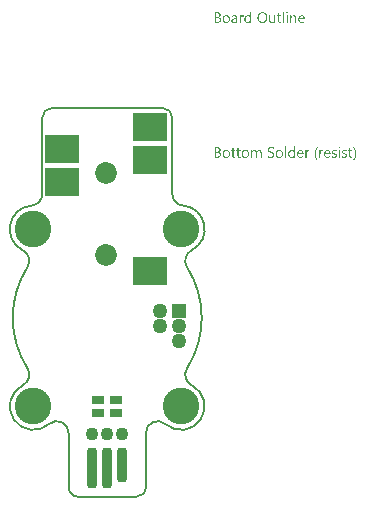
<source format=gbs>
G04*
G04 #@! TF.GenerationSoftware,Altium Limited,Altium Designer,21.8.1 (53)*
G04*
G04 Layer_Color=16711935*
%FSAX25Y25*%
%MOIN*%
G70*
G04*
G04 #@! TF.SameCoordinates,18D3F597-79DD-4A29-BD4C-A2841DF7949F*
G04*
G04*
G04 #@! TF.FilePolarity,Negative*
G04*
G01*
G75*
%ADD12C,0.00787*%
%ADD36C,0.07284*%
%ADD37C,0.12205*%
%ADD39C,0.00591*%
%ADD40R,0.04961X0.04961*%
%ADD41C,0.04961*%
G04:AMPARAMS|DCode=50|XSize=35.43mil|YSize=135.83mil|CornerRadius=13.82mil|HoleSize=0mil|Usage=FLASHONLY|Rotation=180.000|XOffset=0mil|YOffset=0mil|HoleType=Round|Shape=RoundedRectangle|*
%AMROUNDEDRECTD50*
21,1,0.03543,0.10819,0,0,180.0*
21,1,0.00780,0.13583,0,0,180.0*
1,1,0.02764,-0.00390,0.05409*
1,1,0.02764,0.00390,0.05409*
1,1,0.02764,0.00390,-0.05409*
1,1,0.02764,-0.00390,-0.05409*
%
%ADD50ROUNDEDRECTD50*%
G04:AMPARAMS|DCode=51|XSize=35.43mil|YSize=116.14mil|CornerRadius=13.82mil|HoleSize=0mil|Usage=FLASHONLY|Rotation=180.000|XOffset=0mil|YOffset=0mil|HoleType=Round|Shape=RoundedRectangle|*
%AMROUNDEDRECTD51*
21,1,0.03543,0.08850,0,0,180.0*
21,1,0.00780,0.11614,0,0,180.0*
1,1,0.02764,-0.00390,0.04425*
1,1,0.02764,0.00390,0.04425*
1,1,0.02764,0.00390,-0.04425*
1,1,0.02764,-0.00390,-0.04425*
%
%ADD51ROUNDEDRECTD51*%
%ADD53C,0.04331*%
%ADD54R,0.11614X0.09252*%
%ADD55R,0.03937X0.02756*%
G36*
X0060012Y0137578D02*
X0060037D01*
X0060093Y0137554D01*
X0060124Y0137535D01*
X0060155Y0137510D01*
X0060161Y0137504D01*
X0060167Y0137498D01*
X0060198Y0137461D01*
X0060223Y0137399D01*
X0060229Y0137362D01*
X0060235Y0137325D01*
Y0137319D01*
Y0137306D01*
X0060229Y0137287D01*
X0060223Y0137263D01*
X0060204Y0137201D01*
X0060179Y0137170D01*
X0060155Y0137139D01*
X0060148D01*
X0060142Y0137127D01*
X0060105Y0137102D01*
X0060049Y0137077D01*
X0060012Y0137071D01*
X0059975Y0137065D01*
X0059957D01*
X0059938Y0137071D01*
X0059913D01*
X0059851Y0137096D01*
X0059820Y0137108D01*
X0059789Y0137133D01*
Y0137139D01*
X0059777Y0137145D01*
X0059765Y0137164D01*
X0059752Y0137182D01*
X0059728Y0137244D01*
X0059721Y0137281D01*
X0059715Y0137325D01*
Y0137331D01*
Y0137343D01*
X0059721Y0137362D01*
X0059728Y0137393D01*
X0059746Y0137449D01*
X0059765Y0137479D01*
X0059789Y0137510D01*
X0059796Y0137517D01*
X0059802Y0137523D01*
X0059839Y0137548D01*
X0059901Y0137572D01*
X0059938Y0137585D01*
X0059994D01*
X0060012Y0137578D01*
D02*
G37*
G36*
X0048022Y0133914D02*
X0047620D01*
Y0134335D01*
X0047607D01*
Y0134329D01*
X0047595Y0134316D01*
X0047576Y0134292D01*
X0047558Y0134261D01*
X0047527Y0134223D01*
X0047490Y0134186D01*
X0047447Y0134143D01*
X0047397Y0134100D01*
X0047341Y0134050D01*
X0047273Y0134007D01*
X0047205Y0133970D01*
X0047125Y0133932D01*
X0047044Y0133902D01*
X0046951Y0133877D01*
X0046852Y0133864D01*
X0046747Y0133858D01*
X0046704D01*
X0046667Y0133864D01*
X0046630Y0133871D01*
X0046580Y0133877D01*
X0046475Y0133902D01*
X0046351Y0133939D01*
X0046227Y0134001D01*
X0046159Y0134038D01*
X0046103Y0134081D01*
X0046041Y0134137D01*
X0045986Y0134193D01*
Y0134199D01*
X0045973Y0134211D01*
X0045961Y0134230D01*
X0045942Y0134254D01*
X0045924Y0134285D01*
X0045899Y0134329D01*
X0045874Y0134378D01*
X0045849Y0134434D01*
X0045819Y0134496D01*
X0045794Y0134564D01*
X0045769Y0134638D01*
X0045750Y0134719D01*
X0045732Y0134805D01*
X0045720Y0134904D01*
X0045713Y0135003D01*
X0045707Y0135109D01*
Y0135115D01*
Y0135133D01*
Y0135170D01*
X0045713Y0135214D01*
X0045720Y0135263D01*
X0045726Y0135325D01*
X0045732Y0135393D01*
X0045744Y0135468D01*
X0045781Y0135629D01*
X0045837Y0135796D01*
X0045874Y0135876D01*
X0045918Y0135957D01*
X0045961Y0136031D01*
X0046017Y0136105D01*
X0046023Y0136111D01*
X0046029Y0136124D01*
X0046048Y0136142D01*
X0046072Y0136167D01*
X0046103Y0136192D01*
X0046147Y0136223D01*
X0046190Y0136260D01*
X0046240Y0136297D01*
X0046363Y0136365D01*
X0046506Y0136427D01*
X0046586Y0136446D01*
X0046673Y0136464D01*
X0046759Y0136477D01*
X0046859Y0136483D01*
X0046908D01*
X0046945Y0136477D01*
X0046982Y0136470D01*
X0047032Y0136464D01*
X0047143Y0136433D01*
X0047267Y0136384D01*
X0047329Y0136353D01*
X0047391Y0136310D01*
X0047453Y0136266D01*
X0047508Y0136211D01*
X0047558Y0136149D01*
X0047607Y0136074D01*
X0047620D01*
Y0137634D01*
X0048022D01*
Y0133914D01*
D02*
G37*
G36*
X0062290Y0136477D02*
X0062364Y0136470D01*
X0062457Y0136452D01*
X0062556Y0136421D01*
X0062661Y0136371D01*
X0062767Y0136303D01*
X0062810Y0136266D01*
X0062853Y0136217D01*
X0062866Y0136204D01*
X0062891Y0136167D01*
X0062922Y0136105D01*
X0062965Y0136019D01*
X0063002Y0135913D01*
X0063039Y0135783D01*
X0063064Y0135629D01*
X0063070Y0135449D01*
Y0133914D01*
X0062668D01*
Y0135344D01*
Y0135350D01*
Y0135381D01*
X0062661Y0135418D01*
Y0135468D01*
X0062649Y0135530D01*
X0062637Y0135598D01*
X0062618Y0135672D01*
X0062594Y0135746D01*
X0062563Y0135820D01*
X0062525Y0135889D01*
X0062476Y0135957D01*
X0062420Y0136019D01*
X0062358Y0136068D01*
X0062278Y0136105D01*
X0062191Y0136136D01*
X0062086Y0136142D01*
X0062073D01*
X0062036Y0136136D01*
X0061981Y0136130D01*
X0061913Y0136111D01*
X0061832Y0136087D01*
X0061745Y0136043D01*
X0061665Y0135988D01*
X0061585Y0135913D01*
X0061578Y0135901D01*
X0061554Y0135876D01*
X0061523Y0135827D01*
X0061485Y0135759D01*
X0061448Y0135678D01*
X0061417Y0135579D01*
X0061393Y0135468D01*
X0061386Y0135344D01*
Y0133914D01*
X0060984D01*
Y0136427D01*
X0061386D01*
Y0136006D01*
X0061399D01*
X0061405Y0136012D01*
X0061411Y0136025D01*
X0061430Y0136049D01*
X0061454Y0136081D01*
X0061479Y0136118D01*
X0061516Y0136155D01*
X0061560Y0136198D01*
X0061609Y0136248D01*
X0061665Y0136291D01*
X0061727Y0136334D01*
X0061795Y0136371D01*
X0061869Y0136408D01*
X0061944Y0136440D01*
X0062030Y0136464D01*
X0062123Y0136477D01*
X0062222Y0136483D01*
X0062259D01*
X0062290Y0136477D01*
D02*
G37*
G36*
X0045292Y0136464D02*
X0045367Y0136458D01*
X0045410Y0136446D01*
X0045441Y0136433D01*
Y0136019D01*
X0045435Y0136025D01*
X0045422Y0136031D01*
X0045398Y0136043D01*
X0045367Y0136062D01*
X0045323Y0136074D01*
X0045268Y0136087D01*
X0045206Y0136093D01*
X0045138Y0136099D01*
X0045125D01*
X0045094Y0136093D01*
X0045045Y0136087D01*
X0044989Y0136068D01*
X0044915Y0136037D01*
X0044847Y0135994D01*
X0044772Y0135932D01*
X0044704Y0135851D01*
X0044698Y0135839D01*
X0044680Y0135808D01*
X0044649Y0135752D01*
X0044618Y0135678D01*
X0044587Y0135585D01*
X0044556Y0135468D01*
X0044537Y0135338D01*
X0044531Y0135189D01*
Y0133914D01*
X0044129D01*
Y0136427D01*
X0044531D01*
Y0135907D01*
X0044543D01*
Y0135913D01*
X0044550Y0135919D01*
X0044562Y0135951D01*
X0044581Y0136000D01*
X0044611Y0136062D01*
X0044642Y0136124D01*
X0044692Y0136192D01*
X0044741Y0136260D01*
X0044803Y0136322D01*
X0044810Y0136328D01*
X0044834Y0136347D01*
X0044872Y0136371D01*
X0044921Y0136396D01*
X0044977Y0136421D01*
X0045045Y0136446D01*
X0045119Y0136464D01*
X0045200Y0136470D01*
X0045255D01*
X0045292Y0136464D01*
D02*
G37*
G36*
X0056032Y0133914D02*
X0055630D01*
Y0134310D01*
X0055617D01*
Y0134304D01*
X0055605Y0134292D01*
X0055593Y0134267D01*
X0055568Y0134242D01*
X0055512Y0134168D01*
X0055425Y0134087D01*
X0055376Y0134044D01*
X0055320Y0134001D01*
X0055258Y0133964D01*
X0055184Y0133926D01*
X0055110Y0133902D01*
X0055029Y0133877D01*
X0054936Y0133864D01*
X0054844Y0133858D01*
X0054806D01*
X0054763Y0133864D01*
X0054701Y0133877D01*
X0054633Y0133889D01*
X0054559Y0133914D01*
X0054478Y0133945D01*
X0054398Y0133994D01*
X0054311Y0134050D01*
X0054231Y0134118D01*
X0054157Y0134205D01*
X0054088Y0134310D01*
X0054027Y0134428D01*
X0053983Y0134570D01*
X0053958Y0134737D01*
X0053946Y0134824D01*
Y0134923D01*
Y0136427D01*
X0054342D01*
Y0134985D01*
Y0134979D01*
Y0134954D01*
X0054348Y0134911D01*
X0054355Y0134861D01*
X0054361Y0134799D01*
X0054373Y0134737D01*
X0054392Y0134663D01*
X0054417Y0134589D01*
X0054454Y0134514D01*
X0054491Y0134446D01*
X0054540Y0134378D01*
X0054602Y0134316D01*
X0054670Y0134267D01*
X0054751Y0134230D01*
X0054850Y0134199D01*
X0054955Y0134193D01*
X0054967D01*
X0055005Y0134199D01*
X0055060Y0134205D01*
X0055122Y0134217D01*
X0055203Y0134248D01*
X0055283Y0134285D01*
X0055364Y0134335D01*
X0055438Y0134409D01*
X0055444Y0134422D01*
X0055469Y0134446D01*
X0055500Y0134496D01*
X0055537Y0134564D01*
X0055568Y0134644D01*
X0055599Y0134743D01*
X0055624Y0134855D01*
X0055630Y0134979D01*
Y0136427D01*
X0056032D01*
Y0133914D01*
D02*
G37*
G36*
X0060167D02*
X0059765D01*
Y0136427D01*
X0060167D01*
Y0133914D01*
D02*
G37*
G36*
X0058948D02*
X0058545D01*
Y0137634D01*
X0058948D01*
Y0133914D01*
D02*
G37*
G36*
X0042569Y0136477D02*
X0042625Y0136470D01*
X0042693Y0136452D01*
X0042767Y0136433D01*
X0042847Y0136402D01*
X0042934Y0136365D01*
X0043014Y0136316D01*
X0043095Y0136254D01*
X0043169Y0136179D01*
X0043237Y0136087D01*
X0043293Y0135981D01*
X0043336Y0135858D01*
X0043361Y0135715D01*
X0043374Y0135548D01*
Y0133914D01*
X0042971D01*
Y0134304D01*
X0042959D01*
Y0134298D01*
X0042946Y0134285D01*
X0042934Y0134261D01*
X0042909Y0134236D01*
X0042847Y0134162D01*
X0042767Y0134081D01*
X0042656Y0134001D01*
X0042526Y0133926D01*
X0042445Y0133902D01*
X0042364Y0133877D01*
X0042278Y0133864D01*
X0042185Y0133858D01*
X0042148D01*
X0042123Y0133864D01*
X0042055Y0133871D01*
X0041975Y0133883D01*
X0041875Y0133908D01*
X0041783Y0133939D01*
X0041684Y0133988D01*
X0041597Y0134050D01*
X0041591Y0134063D01*
X0041566Y0134087D01*
X0041529Y0134131D01*
X0041492Y0134193D01*
X0041455Y0134267D01*
X0041418Y0134353D01*
X0041393Y0134459D01*
X0041387Y0134576D01*
Y0134582D01*
Y0134607D01*
X0041393Y0134644D01*
X0041399Y0134688D01*
X0041411Y0134743D01*
X0041430Y0134805D01*
X0041455Y0134873D01*
X0041492Y0134941D01*
X0041535Y0135016D01*
X0041591Y0135090D01*
X0041659Y0135158D01*
X0041739Y0135220D01*
X0041832Y0135282D01*
X0041944Y0135331D01*
X0042067Y0135369D01*
X0042216Y0135400D01*
X0042971Y0135505D01*
Y0135511D01*
Y0135530D01*
X0042965Y0135567D01*
Y0135604D01*
X0042953Y0135653D01*
X0042946Y0135709D01*
X0042909Y0135827D01*
X0042878Y0135882D01*
X0042847Y0135938D01*
X0042804Y0135994D01*
X0042755Y0136043D01*
X0042693Y0136087D01*
X0042625Y0136118D01*
X0042544Y0136136D01*
X0042451Y0136142D01*
X0042408D01*
X0042377Y0136136D01*
X0042334D01*
X0042290Y0136124D01*
X0042179Y0136105D01*
X0042055Y0136068D01*
X0041919Y0136012D01*
X0041845Y0135975D01*
X0041776Y0135938D01*
X0041702Y0135889D01*
X0041634Y0135833D01*
Y0136248D01*
X0041640D01*
X0041653Y0136260D01*
X0041671Y0136272D01*
X0041702Y0136285D01*
X0041733Y0136303D01*
X0041776Y0136322D01*
X0041826Y0136340D01*
X0041882Y0136365D01*
X0042006Y0136408D01*
X0042154Y0136446D01*
X0042315Y0136470D01*
X0042488Y0136483D01*
X0042526D01*
X0042569Y0136477D01*
D02*
G37*
G36*
X0036880Y0137424D02*
X0036924D01*
X0036967Y0137417D01*
X0037066Y0137405D01*
X0037183Y0137374D01*
X0037307Y0137337D01*
X0037425Y0137281D01*
X0037530Y0137207D01*
X0037536D01*
X0037543Y0137195D01*
X0037574Y0137170D01*
X0037617Y0137120D01*
X0037666Y0137052D01*
X0037710Y0136966D01*
X0037753Y0136867D01*
X0037784Y0136755D01*
X0037796Y0136693D01*
Y0136625D01*
Y0136619D01*
Y0136613D01*
Y0136576D01*
X0037790Y0136520D01*
X0037778Y0136452D01*
X0037759Y0136365D01*
X0037728Y0136278D01*
X0037691Y0136192D01*
X0037635Y0136105D01*
X0037629Y0136093D01*
X0037604Y0136068D01*
X0037567Y0136031D01*
X0037518Y0135981D01*
X0037456Y0135932D01*
X0037382Y0135876D01*
X0037289Y0135833D01*
X0037190Y0135790D01*
Y0135783D01*
X0037208D01*
X0037227Y0135777D01*
X0037245Y0135771D01*
X0037314Y0135759D01*
X0037394Y0135734D01*
X0037481Y0135697D01*
X0037574Y0135653D01*
X0037666Y0135591D01*
X0037753Y0135511D01*
X0037765Y0135499D01*
X0037790Y0135468D01*
X0037821Y0135424D01*
X0037864Y0135356D01*
X0037901Y0135270D01*
X0037939Y0135170D01*
X0037964Y0135053D01*
X0037970Y0134923D01*
Y0134917D01*
Y0134904D01*
Y0134880D01*
X0037964Y0134849D01*
X0037957Y0134811D01*
X0037951Y0134768D01*
X0037926Y0134663D01*
X0037889Y0134545D01*
X0037833Y0134422D01*
X0037796Y0134366D01*
X0037753Y0134304D01*
X0037697Y0134248D01*
X0037642Y0134193D01*
X0037635D01*
X0037629Y0134180D01*
X0037611Y0134168D01*
X0037586Y0134149D01*
X0037555Y0134131D01*
X0037512Y0134106D01*
X0037419Y0134056D01*
X0037301Y0134001D01*
X0037165Y0133957D01*
X0037004Y0133926D01*
X0036924Y0133920D01*
X0036831Y0133914D01*
X0035803D01*
Y0137430D01*
X0036849D01*
X0036880Y0137424D01*
D02*
G37*
G36*
X0057375Y0136427D02*
X0058013D01*
Y0136081D01*
X0057375D01*
Y0134663D01*
Y0134651D01*
Y0134620D01*
X0057381Y0134576D01*
X0057388Y0134521D01*
X0057412Y0134403D01*
X0057431Y0134347D01*
X0057462Y0134304D01*
X0057468Y0134298D01*
X0057481Y0134285D01*
X0057499Y0134273D01*
X0057530Y0134254D01*
X0057567Y0134230D01*
X0057617Y0134217D01*
X0057679Y0134205D01*
X0057747Y0134199D01*
X0057771D01*
X0057802Y0134205D01*
X0057840Y0134211D01*
X0057926Y0134236D01*
X0057969Y0134254D01*
X0058013Y0134279D01*
Y0133932D01*
X0058007D01*
X0057988Y0133920D01*
X0057957Y0133914D01*
X0057914Y0133902D01*
X0057858Y0133889D01*
X0057796Y0133877D01*
X0057722Y0133871D01*
X0057635Y0133864D01*
X0057604D01*
X0057573Y0133871D01*
X0057530Y0133877D01*
X0057481Y0133889D01*
X0057425Y0133902D01*
X0057369Y0133926D01*
X0057307Y0133957D01*
X0057245Y0133994D01*
X0057183Y0134044D01*
X0057128Y0134100D01*
X0057078Y0134174D01*
X0057035Y0134254D01*
X0057004Y0134353D01*
X0056979Y0134465D01*
X0056973Y0134595D01*
Y0136081D01*
X0056546D01*
Y0136427D01*
X0056973D01*
Y0137040D01*
X0057375Y0137170D01*
Y0136427D01*
D02*
G37*
G36*
X0064902Y0136477D02*
X0064946Y0136470D01*
X0064989Y0136464D01*
X0065100Y0136446D01*
X0065224Y0136402D01*
X0065348Y0136347D01*
X0065410Y0136310D01*
X0065472Y0136266D01*
X0065527Y0136217D01*
X0065583Y0136161D01*
X0065589Y0136155D01*
X0065596Y0136149D01*
X0065608Y0136130D01*
X0065627Y0136105D01*
X0065645Y0136068D01*
X0065670Y0136031D01*
X0065695Y0135988D01*
X0065719Y0135932D01*
X0065744Y0135870D01*
X0065769Y0135808D01*
X0065794Y0135734D01*
X0065812Y0135653D01*
X0065831Y0135567D01*
X0065843Y0135480D01*
X0065856Y0135381D01*
Y0135276D01*
Y0135065D01*
X0064079D01*
Y0135059D01*
Y0135047D01*
Y0135028D01*
X0064085Y0134997D01*
X0064091Y0134960D01*
Y0134923D01*
X0064110Y0134824D01*
X0064141Y0134725D01*
X0064178Y0134613D01*
X0064234Y0134508D01*
X0064302Y0134415D01*
X0064314Y0134403D01*
X0064339Y0134378D01*
X0064389Y0134347D01*
X0064457Y0134304D01*
X0064543Y0134261D01*
X0064642Y0134230D01*
X0064760Y0134205D01*
X0064896Y0134193D01*
X0064939D01*
X0064970Y0134199D01*
X0065008D01*
X0065051Y0134205D01*
X0065156Y0134230D01*
X0065274Y0134261D01*
X0065404Y0134310D01*
X0065540Y0134378D01*
X0065608Y0134422D01*
X0065676Y0134471D01*
Y0134093D01*
X0065670D01*
X0065664Y0134081D01*
X0065645Y0134075D01*
X0065614Y0134056D01*
X0065583Y0134038D01*
X0065546Y0134019D01*
X0065497Y0134001D01*
X0065447Y0133976D01*
X0065385Y0133951D01*
X0065317Y0133932D01*
X0065168Y0133895D01*
X0064995Y0133871D01*
X0064803Y0133858D01*
X0064754D01*
X0064717Y0133864D01*
X0064673Y0133871D01*
X0064618Y0133877D01*
X0064500Y0133902D01*
X0064364Y0133939D01*
X0064228Y0134001D01*
X0064160Y0134044D01*
X0064091Y0134087D01*
X0064030Y0134137D01*
X0063968Y0134199D01*
X0063961Y0134205D01*
X0063955Y0134217D01*
X0063943Y0134236D01*
X0063918Y0134261D01*
X0063899Y0134298D01*
X0063875Y0134341D01*
X0063844Y0134391D01*
X0063819Y0134446D01*
X0063788Y0134508D01*
X0063763Y0134582D01*
X0063732Y0134663D01*
X0063714Y0134750D01*
X0063695Y0134843D01*
X0063677Y0134941D01*
X0063670Y0135047D01*
X0063664Y0135158D01*
Y0135164D01*
Y0135183D01*
Y0135214D01*
X0063670Y0135257D01*
X0063677Y0135307D01*
X0063683Y0135362D01*
X0063689Y0135431D01*
X0063708Y0135499D01*
X0063745Y0135647D01*
X0063801Y0135808D01*
X0063838Y0135889D01*
X0063887Y0135963D01*
X0063937Y0136043D01*
X0063992Y0136111D01*
X0063999Y0136118D01*
X0064011Y0136130D01*
X0064030Y0136149D01*
X0064054Y0136167D01*
X0064085Y0136198D01*
X0064122Y0136229D01*
X0064172Y0136260D01*
X0064221Y0136297D01*
X0064339Y0136365D01*
X0064481Y0136427D01*
X0064562Y0136446D01*
X0064642Y0136464D01*
X0064729Y0136477D01*
X0064822Y0136483D01*
X0064871D01*
X0064902Y0136477D01*
D02*
G37*
G36*
X0051860Y0137486D02*
X0051922Y0137479D01*
X0051996Y0137467D01*
X0052077Y0137449D01*
X0052163Y0137430D01*
X0052250Y0137405D01*
X0052349Y0137374D01*
X0052442Y0137331D01*
X0052541Y0137281D01*
X0052640Y0137226D01*
X0052733Y0137157D01*
X0052826Y0137083D01*
X0052912Y0136997D01*
X0052918Y0136990D01*
X0052931Y0136972D01*
X0052956Y0136947D01*
X0052980Y0136910D01*
X0053017Y0136860D01*
X0053055Y0136799D01*
X0053092Y0136730D01*
X0053135Y0136656D01*
X0053179Y0136563D01*
X0053216Y0136470D01*
X0053253Y0136365D01*
X0053290Y0136248D01*
X0053315Y0136130D01*
X0053339Y0136000D01*
X0053352Y0135858D01*
X0053358Y0135715D01*
Y0135703D01*
Y0135678D01*
Y0135635D01*
X0053352Y0135573D01*
X0053346Y0135499D01*
X0053333Y0135418D01*
X0053321Y0135325D01*
X0053302Y0135220D01*
X0053277Y0135115D01*
X0053247Y0135003D01*
X0053209Y0134892D01*
X0053166Y0134781D01*
X0053110Y0134663D01*
X0053048Y0134558D01*
X0052980Y0134452D01*
X0052900Y0134353D01*
X0052894Y0134347D01*
X0052881Y0134335D01*
X0052850Y0134310D01*
X0052819Y0134279D01*
X0052770Y0134236D01*
X0052714Y0134199D01*
X0052652Y0134149D01*
X0052578Y0134106D01*
X0052498Y0134063D01*
X0052405Y0134013D01*
X0052306Y0133976D01*
X0052194Y0133939D01*
X0052077Y0133902D01*
X0051953Y0133877D01*
X0051823Y0133864D01*
X0051680Y0133858D01*
X0051649D01*
X0051606Y0133864D01*
X0051557D01*
X0051495Y0133871D01*
X0051420Y0133883D01*
X0051340Y0133902D01*
X0051247Y0133920D01*
X0051154Y0133945D01*
X0051055Y0133976D01*
X0050956Y0134019D01*
X0050857Y0134063D01*
X0050758Y0134118D01*
X0050659Y0134186D01*
X0050566Y0134261D01*
X0050480Y0134347D01*
X0050473Y0134353D01*
X0050461Y0134372D01*
X0050436Y0134397D01*
X0050411Y0134434D01*
X0050374Y0134483D01*
X0050337Y0134545D01*
X0050300Y0134613D01*
X0050257Y0134694D01*
X0050213Y0134781D01*
X0050176Y0134873D01*
X0050139Y0134979D01*
X0050102Y0135096D01*
X0050077Y0135214D01*
X0050052Y0135344D01*
X0050040Y0135486D01*
X0050034Y0135629D01*
Y0135641D01*
Y0135666D01*
X0050040Y0135709D01*
Y0135771D01*
X0050046Y0135839D01*
X0050059Y0135926D01*
X0050071Y0136019D01*
X0050090Y0136118D01*
X0050114Y0136223D01*
X0050145Y0136334D01*
X0050182Y0136446D01*
X0050226Y0136557D01*
X0050282Y0136669D01*
X0050344Y0136780D01*
X0050411Y0136885D01*
X0050492Y0136984D01*
X0050498Y0136990D01*
X0050511Y0137009D01*
X0050542Y0137034D01*
X0050579Y0137065D01*
X0050622Y0137102D01*
X0050678Y0137145D01*
X0050746Y0137188D01*
X0050820Y0137238D01*
X0050907Y0137287D01*
X0051000Y0137331D01*
X0051099Y0137374D01*
X0051210Y0137411D01*
X0051334Y0137442D01*
X0051464Y0137473D01*
X0051600Y0137486D01*
X0051742Y0137492D01*
X0051810D01*
X0051860Y0137486D01*
D02*
G37*
G36*
X0039833Y0136477D02*
X0039876Y0136470D01*
X0039932Y0136464D01*
X0040056Y0136440D01*
X0040198Y0136396D01*
X0040340Y0136334D01*
X0040415Y0136297D01*
X0040483Y0136254D01*
X0040551Y0136198D01*
X0040613Y0136136D01*
X0040619Y0136130D01*
X0040625Y0136118D01*
X0040644Y0136099D01*
X0040662Y0136074D01*
X0040687Y0136037D01*
X0040712Y0135994D01*
X0040743Y0135944D01*
X0040774Y0135889D01*
X0040799Y0135820D01*
X0040829Y0135752D01*
X0040854Y0135672D01*
X0040879Y0135585D01*
X0040898Y0135492D01*
X0040916Y0135393D01*
X0040922Y0135288D01*
X0040929Y0135177D01*
Y0135170D01*
Y0135152D01*
Y0135121D01*
X0040922Y0135078D01*
X0040916Y0135028D01*
X0040910Y0134966D01*
X0040898Y0134904D01*
X0040885Y0134830D01*
X0040848Y0134681D01*
X0040786Y0134521D01*
X0040749Y0134440D01*
X0040699Y0134360D01*
X0040650Y0134285D01*
X0040588Y0134217D01*
X0040582Y0134211D01*
X0040569Y0134205D01*
X0040551Y0134186D01*
X0040526Y0134162D01*
X0040489Y0134137D01*
X0040452Y0134106D01*
X0040402Y0134069D01*
X0040347Y0134038D01*
X0040285Y0134007D01*
X0040217Y0133970D01*
X0040142Y0133939D01*
X0040062Y0133914D01*
X0039975Y0133889D01*
X0039882Y0133877D01*
X0039783Y0133864D01*
X0039678Y0133858D01*
X0039622D01*
X0039585Y0133864D01*
X0039542Y0133871D01*
X0039486Y0133877D01*
X0039424Y0133889D01*
X0039356Y0133902D01*
X0039214Y0133945D01*
X0039065Y0134007D01*
X0038991Y0134044D01*
X0038923Y0134093D01*
X0038855Y0134143D01*
X0038787Y0134205D01*
X0038781Y0134211D01*
X0038774Y0134223D01*
X0038756Y0134242D01*
X0038737Y0134267D01*
X0038712Y0134304D01*
X0038682Y0134347D01*
X0038651Y0134397D01*
X0038626Y0134452D01*
X0038595Y0134521D01*
X0038564Y0134589D01*
X0038533Y0134663D01*
X0038508Y0134750D01*
X0038471Y0134935D01*
X0038465Y0135034D01*
X0038459Y0135140D01*
Y0135146D01*
Y0135170D01*
Y0135202D01*
X0038465Y0135245D01*
X0038471Y0135294D01*
X0038477Y0135356D01*
X0038490Y0135424D01*
X0038502Y0135499D01*
X0038539Y0135660D01*
X0038601Y0135820D01*
X0038644Y0135901D01*
X0038688Y0135981D01*
X0038737Y0136056D01*
X0038799Y0136124D01*
X0038805Y0136130D01*
X0038818Y0136142D01*
X0038836Y0136155D01*
X0038861Y0136179D01*
X0038898Y0136204D01*
X0038941Y0136235D01*
X0038991Y0136272D01*
X0039047Y0136303D01*
X0039109Y0136334D01*
X0039183Y0136371D01*
X0039257Y0136402D01*
X0039344Y0136427D01*
X0039430Y0136452D01*
X0039529Y0136470D01*
X0039635Y0136477D01*
X0039740Y0136483D01*
X0039796D01*
X0039833Y0136477D01*
D02*
G37*
G36*
X0077443Y0092652D02*
X0077468D01*
X0077524Y0092627D01*
X0077555Y0092609D01*
X0077586Y0092584D01*
X0077592Y0092578D01*
X0077598Y0092572D01*
X0077629Y0092534D01*
X0077654Y0092472D01*
X0077660Y0092435D01*
X0077666Y0092398D01*
Y0092392D01*
Y0092380D01*
X0077660Y0092361D01*
X0077654Y0092336D01*
X0077635Y0092274D01*
X0077610Y0092243D01*
X0077586Y0092212D01*
X0077579D01*
X0077573Y0092200D01*
X0077536Y0092175D01*
X0077480Y0092151D01*
X0077443Y0092144D01*
X0077406Y0092138D01*
X0077388D01*
X0077369Y0092144D01*
X0077344D01*
X0077282Y0092169D01*
X0077251Y0092181D01*
X0077220Y0092206D01*
Y0092212D01*
X0077208Y0092219D01*
X0077196Y0092237D01*
X0077183Y0092256D01*
X0077158Y0092318D01*
X0077152Y0092355D01*
X0077146Y0092398D01*
Y0092404D01*
Y0092417D01*
X0077152Y0092435D01*
X0077158Y0092466D01*
X0077177Y0092522D01*
X0077196Y0092553D01*
X0077220Y0092584D01*
X0077227Y0092590D01*
X0077233Y0092596D01*
X0077270Y0092621D01*
X0077332Y0092646D01*
X0077369Y0092658D01*
X0077425D01*
X0077443Y0092652D01*
D02*
G37*
G36*
X0054874Y0092559D02*
X0054924D01*
X0055036Y0092547D01*
X0055159Y0092534D01*
X0055283Y0092510D01*
X0055401Y0092479D01*
X0055450Y0092460D01*
X0055500Y0092435D01*
Y0091971D01*
X0055493D01*
X0055487Y0091983D01*
X0055469Y0091990D01*
X0055444Y0092008D01*
X0055413Y0092021D01*
X0055376Y0092039D01*
X0055283Y0092083D01*
X0055172Y0092120D01*
X0055036Y0092157D01*
X0054874Y0092181D01*
X0054701Y0092188D01*
X0054652D01*
X0054615Y0092181D01*
X0054577D01*
X0054528Y0092175D01*
X0054429Y0092157D01*
X0054423D01*
X0054404Y0092151D01*
X0054379Y0092144D01*
X0054348Y0092138D01*
X0054274Y0092107D01*
X0054187Y0092070D01*
X0054181D01*
X0054169Y0092058D01*
X0054150Y0092045D01*
X0054125Y0092027D01*
X0054070Y0091971D01*
X0054014Y0091903D01*
Y0091897D01*
X0054002Y0091884D01*
X0053996Y0091866D01*
X0053983Y0091835D01*
X0053971Y0091798D01*
X0053965Y0091761D01*
X0053952Y0091662D01*
Y0091655D01*
Y0091637D01*
Y0091612D01*
X0053958Y0091581D01*
X0053971Y0091507D01*
X0054002Y0091426D01*
Y0091420D01*
X0054014Y0091408D01*
X0054020Y0091389D01*
X0054039Y0091364D01*
X0054088Y0091309D01*
X0054150Y0091247D01*
X0054157Y0091241D01*
X0054169Y0091234D01*
X0054187Y0091216D01*
X0054218Y0091197D01*
X0054255Y0091172D01*
X0054293Y0091148D01*
X0054392Y0091086D01*
X0054398Y0091080D01*
X0054417Y0091074D01*
X0054447Y0091055D01*
X0054485Y0091036D01*
X0054534Y0091012D01*
X0054590Y0090987D01*
X0054714Y0090925D01*
X0054720Y0090919D01*
X0054744Y0090906D01*
X0054782Y0090888D01*
X0054831Y0090863D01*
X0054887Y0090838D01*
X0054949Y0090801D01*
X0055073Y0090727D01*
X0055079Y0090721D01*
X0055104Y0090708D01*
X0055134Y0090690D01*
X0055178Y0090659D01*
X0055271Y0090584D01*
X0055370Y0090498D01*
X0055376Y0090492D01*
X0055395Y0090479D01*
X0055413Y0090448D01*
X0055444Y0090417D01*
X0055475Y0090374D01*
X0055512Y0090331D01*
X0055574Y0090219D01*
X0055580Y0090213D01*
X0055586Y0090194D01*
X0055599Y0090164D01*
X0055611Y0090120D01*
X0055624Y0090071D01*
X0055636Y0090009D01*
X0055648Y0089947D01*
Y0089873D01*
Y0089860D01*
Y0089829D01*
X0055642Y0089780D01*
X0055636Y0089718D01*
X0055624Y0089650D01*
X0055605Y0089575D01*
X0055580Y0089501D01*
X0055543Y0089433D01*
X0055537Y0089427D01*
X0055524Y0089402D01*
X0055500Y0089371D01*
X0055475Y0089328D01*
X0055432Y0089285D01*
X0055388Y0089235D01*
X0055333Y0089186D01*
X0055271Y0089136D01*
X0055265Y0089130D01*
X0055240Y0089117D01*
X0055203Y0089099D01*
X0055153Y0089074D01*
X0055097Y0089049D01*
X0055029Y0089025D01*
X0054949Y0089000D01*
X0054868Y0088981D01*
X0054856D01*
X0054831Y0088975D01*
X0054788Y0088969D01*
X0054726Y0088956D01*
X0054658Y0088950D01*
X0054577Y0088938D01*
X0054491Y0088932D01*
X0054342D01*
X0054274Y0088938D01*
X0054187Y0088944D01*
X0054169D01*
X0054144Y0088950D01*
X0054113Y0088956D01*
X0054033Y0088963D01*
X0053940Y0088981D01*
X0053934D01*
X0053915Y0088987D01*
X0053890Y0088994D01*
X0053859Y0089000D01*
X0053785Y0089018D01*
X0053698Y0089043D01*
X0053692D01*
X0053680Y0089049D01*
X0053661Y0089056D01*
X0053636Y0089068D01*
X0053575Y0089093D01*
X0053513Y0089130D01*
Y0089613D01*
X0053519Y0089606D01*
X0053531Y0089600D01*
X0053544Y0089588D01*
X0053568Y0089569D01*
X0053636Y0089526D01*
X0053717Y0089477D01*
X0053723D01*
X0053736Y0089470D01*
X0053760Y0089458D01*
X0053791Y0089446D01*
X0053872Y0089408D01*
X0053958Y0089377D01*
X0053965D01*
X0053983Y0089371D01*
X0054008Y0089365D01*
X0054039Y0089359D01*
X0054125Y0089334D01*
X0054218Y0089315D01*
X0054243D01*
X0054268Y0089309D01*
X0054299D01*
X0054373Y0089303D01*
X0054460Y0089297D01*
X0054522D01*
X0054590Y0089303D01*
X0054676Y0089315D01*
X0054769Y0089328D01*
X0054862Y0089353D01*
X0054949Y0089390D01*
X0055029Y0089433D01*
X0055036Y0089439D01*
X0055060Y0089458D01*
X0055091Y0089495D01*
X0055122Y0089538D01*
X0055159Y0089594D01*
X0055184Y0089668D01*
X0055209Y0089749D01*
X0055215Y0089842D01*
Y0089848D01*
Y0089866D01*
Y0089891D01*
X0055209Y0089928D01*
X0055190Y0090009D01*
X0055153Y0090089D01*
Y0090096D01*
X0055141Y0090108D01*
X0055128Y0090126D01*
X0055110Y0090151D01*
X0055054Y0090213D01*
X0054980Y0090281D01*
X0054974Y0090287D01*
X0054961Y0090300D01*
X0054936Y0090312D01*
X0054905Y0090337D01*
X0054868Y0090362D01*
X0054825Y0090393D01*
X0054720Y0090448D01*
X0054714Y0090455D01*
X0054695Y0090461D01*
X0054664Y0090479D01*
X0054621Y0090498D01*
X0054577Y0090529D01*
X0054522Y0090553D01*
X0054392Y0090622D01*
X0054386Y0090628D01*
X0054361Y0090640D01*
X0054324Y0090659D01*
X0054280Y0090677D01*
X0054231Y0090708D01*
X0054175Y0090739D01*
X0054051Y0090807D01*
X0054045Y0090813D01*
X0054027Y0090826D01*
X0053996Y0090845D01*
X0053958Y0090869D01*
X0053866Y0090937D01*
X0053773Y0091018D01*
X0053767Y0091024D01*
X0053754Y0091036D01*
X0053729Y0091061D01*
X0053705Y0091092D01*
X0053674Y0091135D01*
X0053643Y0091179D01*
X0053587Y0091278D01*
Y0091284D01*
X0053575Y0091303D01*
X0053568Y0091334D01*
X0053556Y0091377D01*
X0053544Y0091426D01*
X0053531Y0091488D01*
X0053525Y0091550D01*
X0053519Y0091624D01*
Y0091637D01*
Y0091668D01*
X0053525Y0091711D01*
X0053531Y0091767D01*
X0053544Y0091835D01*
X0053562Y0091903D01*
X0053587Y0091971D01*
X0053624Y0092039D01*
X0053630Y0092045D01*
X0053643Y0092070D01*
X0053667Y0092101D01*
X0053698Y0092144D01*
X0053736Y0092188D01*
X0053785Y0092237D01*
X0053841Y0092287D01*
X0053903Y0092330D01*
X0053909Y0092336D01*
X0053934Y0092349D01*
X0053971Y0092373D01*
X0054014Y0092398D01*
X0054076Y0092423D01*
X0054138Y0092454D01*
X0054212Y0092479D01*
X0054293Y0092503D01*
X0054305D01*
X0054330Y0092516D01*
X0054373Y0092522D01*
X0054435Y0092534D01*
X0054503Y0092547D01*
X0054577Y0092553D01*
X0054744Y0092565D01*
X0054831D01*
X0054874Y0092559D01*
D02*
G37*
G36*
X0062606Y0088987D02*
X0062204D01*
Y0089408D01*
X0062191D01*
Y0089402D01*
X0062179Y0089390D01*
X0062160Y0089365D01*
X0062142Y0089334D01*
X0062111Y0089297D01*
X0062073Y0089260D01*
X0062030Y0089217D01*
X0061981Y0089173D01*
X0061925Y0089124D01*
X0061857Y0089080D01*
X0061789Y0089043D01*
X0061708Y0089006D01*
X0061628Y0088975D01*
X0061535Y0088950D01*
X0061436Y0088938D01*
X0061331Y0088932D01*
X0061287D01*
X0061250Y0088938D01*
X0061213Y0088944D01*
X0061164Y0088950D01*
X0061058Y0088975D01*
X0060935Y0089012D01*
X0060811Y0089074D01*
X0060743Y0089111D01*
X0060687Y0089155D01*
X0060625Y0089210D01*
X0060569Y0089266D01*
Y0089272D01*
X0060557Y0089285D01*
X0060545Y0089303D01*
X0060526Y0089328D01*
X0060507Y0089359D01*
X0060483Y0089402D01*
X0060458Y0089452D01*
X0060433Y0089507D01*
X0060402Y0089569D01*
X0060377Y0089637D01*
X0060353Y0089712D01*
X0060334Y0089792D01*
X0060316Y0089879D01*
X0060303Y0089978D01*
X0060297Y0090077D01*
X0060291Y0090182D01*
Y0090188D01*
Y0090207D01*
Y0090244D01*
X0060297Y0090287D01*
X0060303Y0090337D01*
X0060309Y0090399D01*
X0060316Y0090467D01*
X0060328Y0090541D01*
X0060365Y0090702D01*
X0060421Y0090869D01*
X0060458Y0090950D01*
X0060501Y0091030D01*
X0060545Y0091104D01*
X0060600Y0091179D01*
X0060606Y0091185D01*
X0060613Y0091197D01*
X0060631Y0091216D01*
X0060656Y0091241D01*
X0060687Y0091265D01*
X0060730Y0091296D01*
X0060774Y0091334D01*
X0060823Y0091371D01*
X0060947Y0091439D01*
X0061089Y0091501D01*
X0061170Y0091519D01*
X0061256Y0091538D01*
X0061343Y0091550D01*
X0061442Y0091556D01*
X0061492D01*
X0061529Y0091550D01*
X0061566Y0091544D01*
X0061615Y0091538D01*
X0061727Y0091507D01*
X0061851Y0091457D01*
X0061913Y0091426D01*
X0061975Y0091383D01*
X0062036Y0091340D01*
X0062092Y0091284D01*
X0062142Y0091222D01*
X0062191Y0091148D01*
X0062204D01*
Y0092708D01*
X0062606D01*
Y0088987D01*
D02*
G37*
G36*
X0079350Y0091550D02*
X0079430Y0091544D01*
X0079517Y0091532D01*
X0079616Y0091507D01*
X0079715Y0091482D01*
X0079814Y0091445D01*
Y0091036D01*
X0079802Y0091043D01*
X0079764Y0091067D01*
X0079709Y0091092D01*
X0079634Y0091129D01*
X0079542Y0091160D01*
X0079430Y0091191D01*
X0079307Y0091210D01*
X0079176Y0091216D01*
X0079108D01*
X0079046Y0091203D01*
X0078972Y0091191D01*
X0078966D01*
X0078960Y0091185D01*
X0078923Y0091172D01*
X0078873Y0091148D01*
X0078817Y0091117D01*
X0078805Y0091111D01*
X0078780Y0091086D01*
X0078749Y0091049D01*
X0078718Y0091005D01*
X0078712Y0090993D01*
X0078700Y0090962D01*
X0078688Y0090919D01*
X0078681Y0090863D01*
Y0090857D01*
Y0090845D01*
Y0090826D01*
X0078688Y0090807D01*
X0078700Y0090752D01*
X0078718Y0090696D01*
X0078725Y0090684D01*
X0078743Y0090659D01*
X0078780Y0090622D01*
X0078824Y0090578D01*
X0078830D01*
X0078836Y0090572D01*
X0078873Y0090547D01*
X0078923Y0090516D01*
X0078991Y0090486D01*
X0078997D01*
X0079009Y0090479D01*
X0079028Y0090473D01*
X0079059Y0090461D01*
X0079127Y0090436D01*
X0079214Y0090399D01*
X0079220D01*
X0079245Y0090386D01*
X0079276Y0090374D01*
X0079313Y0090362D01*
X0079412Y0090318D01*
X0079511Y0090269D01*
X0079517D01*
X0079536Y0090256D01*
X0079560Y0090244D01*
X0079591Y0090225D01*
X0079665Y0090176D01*
X0079740Y0090114D01*
X0079746Y0090108D01*
X0079758Y0090102D01*
X0079771Y0090083D01*
X0079795Y0090058D01*
X0079839Y0089996D01*
X0079882Y0089916D01*
Y0089910D01*
X0079888Y0089897D01*
X0079901Y0089873D01*
X0079907Y0089842D01*
X0079919Y0089805D01*
X0079926Y0089761D01*
X0079932Y0089656D01*
Y0089650D01*
Y0089625D01*
X0079926Y0089588D01*
X0079919Y0089545D01*
X0079913Y0089495D01*
X0079895Y0089439D01*
X0079876Y0089390D01*
X0079845Y0089334D01*
X0079839Y0089328D01*
X0079833Y0089309D01*
X0079814Y0089285D01*
X0079789Y0089254D01*
X0079758Y0089217D01*
X0079721Y0089179D01*
X0079628Y0089105D01*
X0079622Y0089099D01*
X0079604Y0089093D01*
X0079579Y0089074D01*
X0079536Y0089056D01*
X0079492Y0089031D01*
X0079436Y0089012D01*
X0079381Y0088994D01*
X0079313Y0088975D01*
X0079307D01*
X0079282Y0088969D01*
X0079245Y0088963D01*
X0079201Y0088956D01*
X0079139Y0088944D01*
X0079077Y0088938D01*
X0078935Y0088932D01*
X0078873D01*
X0078799Y0088938D01*
X0078706Y0088950D01*
X0078601Y0088969D01*
X0078489Y0088994D01*
X0078378Y0089025D01*
X0078267Y0089074D01*
Y0089507D01*
X0078273D01*
X0078279Y0089495D01*
X0078298Y0089483D01*
X0078322Y0089470D01*
X0078390Y0089433D01*
X0078483Y0089390D01*
X0078588Y0089340D01*
X0078712Y0089303D01*
X0078848Y0089278D01*
X0078991Y0089266D01*
X0079040D01*
X0079071Y0089272D01*
X0079158Y0089285D01*
X0079257Y0089309D01*
X0079350Y0089353D01*
X0079393Y0089384D01*
X0079436Y0089415D01*
X0079467Y0089458D01*
X0079492Y0089501D01*
X0079511Y0089557D01*
X0079517Y0089619D01*
Y0089625D01*
Y0089637D01*
Y0089656D01*
X0079511Y0089675D01*
X0079498Y0089730D01*
X0079474Y0089786D01*
Y0089792D01*
X0079467Y0089798D01*
X0079443Y0089829D01*
X0079405Y0089873D01*
X0079350Y0089910D01*
X0079344D01*
X0079337Y0089922D01*
X0079300Y0089941D01*
X0079245Y0089978D01*
X0079170Y0090009D01*
X0079164D01*
X0079152Y0090015D01*
X0079133Y0090027D01*
X0079102Y0090040D01*
X0079034Y0090065D01*
X0078947Y0090102D01*
X0078941D01*
X0078917Y0090114D01*
X0078886Y0090126D01*
X0078848Y0090139D01*
X0078749Y0090182D01*
X0078650Y0090232D01*
X0078644Y0090238D01*
X0078632Y0090244D01*
X0078607Y0090256D01*
X0078576Y0090275D01*
X0078508Y0090324D01*
X0078440Y0090380D01*
X0078434Y0090386D01*
X0078427Y0090393D01*
X0078409Y0090411D01*
X0078390Y0090436D01*
X0078347Y0090498D01*
X0078310Y0090572D01*
Y0090578D01*
X0078304Y0090591D01*
X0078298Y0090615D01*
X0078291Y0090646D01*
X0078285Y0090684D01*
X0078279Y0090727D01*
X0078273Y0090832D01*
Y0090838D01*
Y0090863D01*
X0078279Y0090894D01*
X0078285Y0090937D01*
X0078291Y0090987D01*
X0078310Y0091036D01*
X0078328Y0091092D01*
X0078353Y0091142D01*
X0078359Y0091148D01*
X0078366Y0091166D01*
X0078384Y0091191D01*
X0078409Y0091222D01*
X0078477Y0091296D01*
X0078564Y0091371D01*
X0078570Y0091377D01*
X0078588Y0091383D01*
X0078613Y0091402D01*
X0078657Y0091420D01*
X0078700Y0091445D01*
X0078749Y0091470D01*
X0078873Y0091507D01*
X0078879D01*
X0078904Y0091513D01*
X0078935Y0091525D01*
X0078985Y0091532D01*
X0079034Y0091544D01*
X0079096Y0091550D01*
X0079232Y0091556D01*
X0079288D01*
X0079350Y0091550D01*
D02*
G37*
G36*
X0075995D02*
X0076075Y0091544D01*
X0076162Y0091532D01*
X0076261Y0091507D01*
X0076360Y0091482D01*
X0076459Y0091445D01*
Y0091036D01*
X0076447Y0091043D01*
X0076410Y0091067D01*
X0076354Y0091092D01*
X0076279Y0091129D01*
X0076187Y0091160D01*
X0076075Y0091191D01*
X0075951Y0091210D01*
X0075822Y0091216D01*
X0075753D01*
X0075691Y0091203D01*
X0075617Y0091191D01*
X0075611D01*
X0075605Y0091185D01*
X0075568Y0091172D01*
X0075518Y0091148D01*
X0075463Y0091117D01*
X0075450Y0091111D01*
X0075425Y0091086D01*
X0075394Y0091049D01*
X0075363Y0091005D01*
X0075357Y0090993D01*
X0075345Y0090962D01*
X0075332Y0090919D01*
X0075326Y0090863D01*
Y0090857D01*
Y0090845D01*
Y0090826D01*
X0075332Y0090807D01*
X0075345Y0090752D01*
X0075363Y0090696D01*
X0075370Y0090684D01*
X0075388Y0090659D01*
X0075425Y0090622D01*
X0075469Y0090578D01*
X0075475D01*
X0075481Y0090572D01*
X0075518Y0090547D01*
X0075568Y0090516D01*
X0075636Y0090486D01*
X0075642D01*
X0075654Y0090479D01*
X0075673Y0090473D01*
X0075704Y0090461D01*
X0075772Y0090436D01*
X0075859Y0090399D01*
X0075865D01*
X0075890Y0090386D01*
X0075920Y0090374D01*
X0075958Y0090362D01*
X0076057Y0090318D01*
X0076156Y0090269D01*
X0076162D01*
X0076180Y0090256D01*
X0076205Y0090244D01*
X0076236Y0090225D01*
X0076310Y0090176D01*
X0076385Y0090114D01*
X0076391Y0090108D01*
X0076403Y0090102D01*
X0076416Y0090083D01*
X0076441Y0090058D01*
X0076484Y0089996D01*
X0076527Y0089916D01*
Y0089910D01*
X0076533Y0089897D01*
X0076546Y0089873D01*
X0076552Y0089842D01*
X0076564Y0089805D01*
X0076570Y0089761D01*
X0076577Y0089656D01*
Y0089650D01*
Y0089625D01*
X0076570Y0089588D01*
X0076564Y0089545D01*
X0076558Y0089495D01*
X0076539Y0089439D01*
X0076521Y0089390D01*
X0076490Y0089334D01*
X0076484Y0089328D01*
X0076478Y0089309D01*
X0076459Y0089285D01*
X0076434Y0089254D01*
X0076403Y0089217D01*
X0076366Y0089179D01*
X0076273Y0089105D01*
X0076267Y0089099D01*
X0076249Y0089093D01*
X0076224Y0089074D01*
X0076180Y0089056D01*
X0076137Y0089031D01*
X0076082Y0089012D01*
X0076026Y0088994D01*
X0075958Y0088975D01*
X0075951D01*
X0075927Y0088969D01*
X0075890Y0088963D01*
X0075846Y0088956D01*
X0075784Y0088944D01*
X0075722Y0088938D01*
X0075580Y0088932D01*
X0075518D01*
X0075444Y0088938D01*
X0075351Y0088950D01*
X0075246Y0088969D01*
X0075134Y0088994D01*
X0075023Y0089025D01*
X0074912Y0089074D01*
Y0089507D01*
X0074918D01*
X0074924Y0089495D01*
X0074942Y0089483D01*
X0074967Y0089470D01*
X0075035Y0089433D01*
X0075128Y0089390D01*
X0075233Y0089340D01*
X0075357Y0089303D01*
X0075493Y0089278D01*
X0075636Y0089266D01*
X0075685D01*
X0075716Y0089272D01*
X0075803Y0089285D01*
X0075902Y0089309D01*
X0075995Y0089353D01*
X0076038Y0089384D01*
X0076082Y0089415D01*
X0076112Y0089458D01*
X0076137Y0089501D01*
X0076156Y0089557D01*
X0076162Y0089619D01*
Y0089625D01*
Y0089637D01*
Y0089656D01*
X0076156Y0089675D01*
X0076143Y0089730D01*
X0076119Y0089786D01*
Y0089792D01*
X0076112Y0089798D01*
X0076088Y0089829D01*
X0076051Y0089873D01*
X0075995Y0089910D01*
X0075989D01*
X0075982Y0089922D01*
X0075945Y0089941D01*
X0075890Y0089978D01*
X0075815Y0090009D01*
X0075809D01*
X0075797Y0090015D01*
X0075778Y0090027D01*
X0075747Y0090040D01*
X0075679Y0090065D01*
X0075592Y0090102D01*
X0075586D01*
X0075561Y0090114D01*
X0075531Y0090126D01*
X0075493Y0090139D01*
X0075394Y0090182D01*
X0075295Y0090232D01*
X0075289Y0090238D01*
X0075277Y0090244D01*
X0075252Y0090256D01*
X0075221Y0090275D01*
X0075153Y0090324D01*
X0075085Y0090380D01*
X0075079Y0090386D01*
X0075072Y0090393D01*
X0075054Y0090411D01*
X0075035Y0090436D01*
X0074992Y0090498D01*
X0074955Y0090572D01*
Y0090578D01*
X0074949Y0090591D01*
X0074942Y0090615D01*
X0074936Y0090646D01*
X0074930Y0090684D01*
X0074924Y0090727D01*
X0074918Y0090832D01*
Y0090838D01*
Y0090863D01*
X0074924Y0090894D01*
X0074930Y0090937D01*
X0074936Y0090987D01*
X0074955Y0091036D01*
X0074973Y0091092D01*
X0074998Y0091142D01*
X0075004Y0091148D01*
X0075011Y0091166D01*
X0075029Y0091191D01*
X0075054Y0091222D01*
X0075122Y0091296D01*
X0075209Y0091371D01*
X0075215Y0091377D01*
X0075233Y0091383D01*
X0075258Y0091402D01*
X0075301Y0091420D01*
X0075345Y0091445D01*
X0075394Y0091470D01*
X0075518Y0091507D01*
X0075524D01*
X0075549Y0091513D01*
X0075580Y0091525D01*
X0075630Y0091532D01*
X0075679Y0091544D01*
X0075741Y0091550D01*
X0075877Y0091556D01*
X0075933D01*
X0075995Y0091550D01*
D02*
G37*
G36*
X0050740D02*
X0050795Y0091538D01*
X0050857Y0091525D01*
X0050925Y0091501D01*
X0051006Y0091470D01*
X0051080Y0091426D01*
X0051161Y0091377D01*
X0051235Y0091309D01*
X0051303Y0091222D01*
X0051365Y0091123D01*
X0051420Y0091012D01*
X0051458Y0090869D01*
X0051489Y0090715D01*
X0051495Y0090535D01*
Y0088987D01*
X0051092D01*
Y0090430D01*
Y0090436D01*
Y0090448D01*
Y0090467D01*
Y0090498D01*
X0051086Y0090572D01*
X0051074Y0090659D01*
X0051061Y0090758D01*
X0051037Y0090857D01*
X0051006Y0090950D01*
X0050963Y0091030D01*
X0050956Y0091036D01*
X0050938Y0091061D01*
X0050907Y0091092D01*
X0050857Y0091123D01*
X0050801Y0091160D01*
X0050727Y0091185D01*
X0050634Y0091210D01*
X0050529Y0091216D01*
X0050517D01*
X0050486Y0091210D01*
X0050436Y0091203D01*
X0050374Y0091185D01*
X0050306Y0091160D01*
X0050232Y0091117D01*
X0050158Y0091061D01*
X0050090Y0090981D01*
X0050084Y0090968D01*
X0050065Y0090937D01*
X0050034Y0090888D01*
X0050003Y0090820D01*
X0049966Y0090739D01*
X0049941Y0090646D01*
X0049916Y0090535D01*
X0049910Y0090417D01*
Y0088987D01*
X0049508D01*
Y0090479D01*
Y0090486D01*
Y0090510D01*
X0049502Y0090547D01*
Y0090597D01*
X0049489Y0090653D01*
X0049477Y0090715D01*
X0049458Y0090776D01*
X0049440Y0090851D01*
X0049409Y0090919D01*
X0049372Y0090981D01*
X0049322Y0091043D01*
X0049266Y0091098D01*
X0049204Y0091148D01*
X0049124Y0091185D01*
X0049037Y0091210D01*
X0048938Y0091216D01*
X0048926D01*
X0048895Y0091210D01*
X0048845Y0091203D01*
X0048784Y0091191D01*
X0048715Y0091160D01*
X0048641Y0091123D01*
X0048567Y0091067D01*
X0048499Y0090993D01*
X0048493Y0090981D01*
X0048474Y0090956D01*
X0048443Y0090906D01*
X0048412Y0090838D01*
X0048381Y0090758D01*
X0048350Y0090659D01*
X0048332Y0090547D01*
X0048325Y0090417D01*
Y0088987D01*
X0047923D01*
Y0091501D01*
X0048325D01*
Y0091098D01*
X0048338D01*
X0048344Y0091104D01*
X0048350Y0091117D01*
X0048369Y0091142D01*
X0048387Y0091172D01*
X0048449Y0091241D01*
X0048536Y0091327D01*
X0048647Y0091414D01*
X0048777Y0091482D01*
X0048858Y0091513D01*
X0048938Y0091538D01*
X0049025Y0091550D01*
X0049118Y0091556D01*
X0049161D01*
X0049211Y0091550D01*
X0049273Y0091538D01*
X0049341Y0091519D01*
X0049415Y0091494D01*
X0049489Y0091464D01*
X0049564Y0091414D01*
X0049570Y0091408D01*
X0049595Y0091389D01*
X0049625Y0091358D01*
X0049669Y0091315D01*
X0049712Y0091259D01*
X0049755Y0091197D01*
X0049799Y0091123D01*
X0049830Y0091036D01*
X0049836Y0091043D01*
X0049842Y0091061D01*
X0049861Y0091086D01*
X0049879Y0091117D01*
X0049910Y0091160D01*
X0049947Y0091203D01*
X0049991Y0091247D01*
X0050040Y0091296D01*
X0050096Y0091346D01*
X0050158Y0091389D01*
X0050226Y0091439D01*
X0050300Y0091476D01*
X0050381Y0091507D01*
X0050467Y0091532D01*
X0050566Y0091550D01*
X0050665Y0091556D01*
X0050703D01*
X0050740Y0091550D01*
D02*
G37*
G36*
X0071847Y0091538D02*
X0071922Y0091532D01*
X0071965Y0091519D01*
X0071996Y0091507D01*
Y0091092D01*
X0071990Y0091098D01*
X0071978Y0091104D01*
X0071953Y0091117D01*
X0071922Y0091135D01*
X0071878Y0091148D01*
X0071823Y0091160D01*
X0071761Y0091166D01*
X0071693Y0091172D01*
X0071680D01*
X0071649Y0091166D01*
X0071600Y0091160D01*
X0071544Y0091142D01*
X0071470Y0091111D01*
X0071402Y0091067D01*
X0071328Y0091005D01*
X0071259Y0090925D01*
X0071253Y0090913D01*
X0071235Y0090882D01*
X0071204Y0090826D01*
X0071173Y0090752D01*
X0071142Y0090659D01*
X0071111Y0090541D01*
X0071092Y0090411D01*
X0071086Y0090263D01*
Y0088987D01*
X0070684D01*
Y0091501D01*
X0071086D01*
Y0090981D01*
X0071099D01*
Y0090987D01*
X0071105Y0090993D01*
X0071117Y0091024D01*
X0071136Y0091074D01*
X0071167Y0091135D01*
X0071198Y0091197D01*
X0071247Y0091265D01*
X0071297Y0091334D01*
X0071359Y0091395D01*
X0071365Y0091402D01*
X0071389Y0091420D01*
X0071427Y0091445D01*
X0071476Y0091470D01*
X0071532Y0091494D01*
X0071600Y0091519D01*
X0071674Y0091538D01*
X0071755Y0091544D01*
X0071810D01*
X0071847Y0091538D01*
D02*
G37*
G36*
X0067211D02*
X0067286Y0091532D01*
X0067329Y0091519D01*
X0067360Y0091507D01*
Y0091092D01*
X0067354Y0091098D01*
X0067341Y0091104D01*
X0067316Y0091117D01*
X0067286Y0091135D01*
X0067242Y0091148D01*
X0067186Y0091160D01*
X0067124Y0091166D01*
X0067056Y0091172D01*
X0067044D01*
X0067013Y0091166D01*
X0066964Y0091160D01*
X0066908Y0091142D01*
X0066834Y0091111D01*
X0066765Y0091067D01*
X0066691Y0091005D01*
X0066623Y0090925D01*
X0066617Y0090913D01*
X0066598Y0090882D01*
X0066567Y0090826D01*
X0066536Y0090752D01*
X0066505Y0090659D01*
X0066475Y0090541D01*
X0066456Y0090411D01*
X0066450Y0090263D01*
Y0088987D01*
X0066048D01*
Y0091501D01*
X0066450D01*
Y0090981D01*
X0066462D01*
Y0090987D01*
X0066468Y0090993D01*
X0066481Y0091024D01*
X0066499Y0091074D01*
X0066530Y0091135D01*
X0066561Y0091197D01*
X0066611Y0091265D01*
X0066660Y0091334D01*
X0066722Y0091395D01*
X0066728Y0091402D01*
X0066753Y0091420D01*
X0066790Y0091445D01*
X0066840Y0091470D01*
X0066896Y0091494D01*
X0066964Y0091519D01*
X0067038Y0091538D01*
X0067118Y0091544D01*
X0067174D01*
X0067211Y0091538D01*
D02*
G37*
G36*
X0077598Y0088987D02*
X0077196D01*
Y0091501D01*
X0077598D01*
Y0088987D01*
D02*
G37*
G36*
X0059641D02*
X0059238D01*
Y0092708D01*
X0059641D01*
Y0088987D01*
D02*
G37*
G36*
X0036880Y0092497D02*
X0036924D01*
X0036967Y0092491D01*
X0037066Y0092479D01*
X0037183Y0092448D01*
X0037307Y0092410D01*
X0037425Y0092355D01*
X0037530Y0092281D01*
X0037536D01*
X0037543Y0092268D01*
X0037574Y0092243D01*
X0037617Y0092194D01*
X0037666Y0092126D01*
X0037710Y0092039D01*
X0037753Y0091940D01*
X0037784Y0091829D01*
X0037796Y0091767D01*
Y0091699D01*
Y0091693D01*
Y0091686D01*
Y0091649D01*
X0037790Y0091593D01*
X0037778Y0091525D01*
X0037759Y0091439D01*
X0037728Y0091352D01*
X0037691Y0091265D01*
X0037635Y0091179D01*
X0037629Y0091166D01*
X0037604Y0091142D01*
X0037567Y0091104D01*
X0037518Y0091055D01*
X0037456Y0091005D01*
X0037382Y0090950D01*
X0037289Y0090906D01*
X0037190Y0090863D01*
Y0090857D01*
X0037208D01*
X0037227Y0090851D01*
X0037245Y0090845D01*
X0037314Y0090832D01*
X0037394Y0090807D01*
X0037481Y0090770D01*
X0037574Y0090727D01*
X0037666Y0090665D01*
X0037753Y0090584D01*
X0037765Y0090572D01*
X0037790Y0090541D01*
X0037821Y0090498D01*
X0037864Y0090430D01*
X0037901Y0090343D01*
X0037939Y0090244D01*
X0037964Y0090126D01*
X0037970Y0089996D01*
Y0089990D01*
Y0089978D01*
Y0089953D01*
X0037964Y0089922D01*
X0037957Y0089885D01*
X0037951Y0089842D01*
X0037926Y0089736D01*
X0037889Y0089619D01*
X0037833Y0089495D01*
X0037796Y0089439D01*
X0037753Y0089377D01*
X0037697Y0089322D01*
X0037642Y0089266D01*
X0037635D01*
X0037629Y0089254D01*
X0037611Y0089241D01*
X0037586Y0089223D01*
X0037555Y0089204D01*
X0037512Y0089179D01*
X0037419Y0089130D01*
X0037301Y0089074D01*
X0037165Y0089031D01*
X0037004Y0089000D01*
X0036924Y0088994D01*
X0036831Y0088987D01*
X0035803D01*
Y0092503D01*
X0036849D01*
X0036880Y0092497D01*
D02*
G37*
G36*
X0081083Y0091501D02*
X0081721D01*
Y0091154D01*
X0081083D01*
Y0089736D01*
Y0089724D01*
Y0089693D01*
X0081089Y0089650D01*
X0081095Y0089594D01*
X0081120Y0089477D01*
X0081139Y0089421D01*
X0081170Y0089377D01*
X0081176Y0089371D01*
X0081188Y0089359D01*
X0081207Y0089346D01*
X0081238Y0089328D01*
X0081275Y0089303D01*
X0081324Y0089291D01*
X0081386Y0089278D01*
X0081454Y0089272D01*
X0081479D01*
X0081510Y0089278D01*
X0081547Y0089285D01*
X0081634Y0089309D01*
X0081677Y0089328D01*
X0081721Y0089353D01*
Y0089006D01*
X0081714D01*
X0081696Y0088994D01*
X0081665Y0088987D01*
X0081621Y0088975D01*
X0081566Y0088963D01*
X0081504Y0088950D01*
X0081430Y0088944D01*
X0081343Y0088938D01*
X0081312D01*
X0081281Y0088944D01*
X0081238Y0088950D01*
X0081188Y0088963D01*
X0081133Y0088975D01*
X0081077Y0089000D01*
X0081015Y0089031D01*
X0080953Y0089068D01*
X0080891Y0089117D01*
X0080835Y0089173D01*
X0080786Y0089248D01*
X0080743Y0089328D01*
X0080712Y0089427D01*
X0080687Y0089538D01*
X0080681Y0089668D01*
Y0091154D01*
X0080253D01*
Y0091501D01*
X0080681D01*
Y0092113D01*
X0081083Y0092243D01*
Y0091501D01*
D02*
G37*
G36*
X0043807D02*
X0044444D01*
Y0091154D01*
X0043807D01*
Y0089736D01*
Y0089724D01*
Y0089693D01*
X0043813Y0089650D01*
X0043819Y0089594D01*
X0043844Y0089477D01*
X0043863Y0089421D01*
X0043894Y0089377D01*
X0043900Y0089371D01*
X0043912Y0089359D01*
X0043931Y0089346D01*
X0043962Y0089328D01*
X0043999Y0089303D01*
X0044048Y0089291D01*
X0044110Y0089278D01*
X0044178Y0089272D01*
X0044203D01*
X0044234Y0089278D01*
X0044271Y0089285D01*
X0044358Y0089309D01*
X0044401Y0089328D01*
X0044444Y0089353D01*
Y0089006D01*
X0044438D01*
X0044420Y0088994D01*
X0044389Y0088987D01*
X0044345Y0088975D01*
X0044290Y0088963D01*
X0044228Y0088950D01*
X0044153Y0088944D01*
X0044067Y0088938D01*
X0044036D01*
X0044005Y0088944D01*
X0043962Y0088950D01*
X0043912Y0088963D01*
X0043856Y0088975D01*
X0043801Y0089000D01*
X0043739Y0089031D01*
X0043677Y0089068D01*
X0043615Y0089117D01*
X0043559Y0089173D01*
X0043510Y0089248D01*
X0043466Y0089328D01*
X0043435Y0089427D01*
X0043411Y0089538D01*
X0043404Y0089668D01*
Y0091154D01*
X0042977D01*
Y0091501D01*
X0043404D01*
Y0092113D01*
X0043807Y0092243D01*
Y0091501D01*
D02*
G37*
G36*
X0042105D02*
X0042742D01*
Y0091154D01*
X0042105D01*
Y0089736D01*
Y0089724D01*
Y0089693D01*
X0042111Y0089650D01*
X0042117Y0089594D01*
X0042142Y0089477D01*
X0042160Y0089421D01*
X0042191Y0089377D01*
X0042197Y0089371D01*
X0042210Y0089359D01*
X0042228Y0089346D01*
X0042259Y0089328D01*
X0042296Y0089303D01*
X0042346Y0089291D01*
X0042408Y0089278D01*
X0042476Y0089272D01*
X0042501D01*
X0042532Y0089278D01*
X0042569Y0089285D01*
X0042656Y0089309D01*
X0042699Y0089328D01*
X0042742Y0089353D01*
Y0089006D01*
X0042736D01*
X0042717Y0088994D01*
X0042686Y0088987D01*
X0042643Y0088975D01*
X0042587Y0088963D01*
X0042526Y0088950D01*
X0042451Y0088944D01*
X0042364Y0088938D01*
X0042334D01*
X0042303Y0088944D01*
X0042259Y0088950D01*
X0042210Y0088963D01*
X0042154Y0088975D01*
X0042098Y0089000D01*
X0042037Y0089031D01*
X0041975Y0089068D01*
X0041913Y0089117D01*
X0041857Y0089173D01*
X0041807Y0089248D01*
X0041764Y0089328D01*
X0041733Y0089427D01*
X0041708Y0089538D01*
X0041702Y0089668D01*
Y0091154D01*
X0041275D01*
Y0091501D01*
X0041702D01*
Y0092113D01*
X0042105Y0092243D01*
Y0091501D01*
D02*
G37*
G36*
X0073500Y0091550D02*
X0073544Y0091544D01*
X0073587Y0091538D01*
X0073698Y0091519D01*
X0073822Y0091476D01*
X0073946Y0091420D01*
X0074008Y0091383D01*
X0074070Y0091340D01*
X0074125Y0091290D01*
X0074181Y0091234D01*
X0074187Y0091228D01*
X0074194Y0091222D01*
X0074206Y0091203D01*
X0074225Y0091179D01*
X0074243Y0091142D01*
X0074268Y0091104D01*
X0074293Y0091061D01*
X0074317Y0091005D01*
X0074342Y0090943D01*
X0074367Y0090882D01*
X0074392Y0090807D01*
X0074410Y0090727D01*
X0074429Y0090640D01*
X0074441Y0090553D01*
X0074454Y0090455D01*
Y0090349D01*
Y0090139D01*
X0072677D01*
Y0090133D01*
Y0090120D01*
Y0090102D01*
X0072683Y0090071D01*
X0072689Y0090034D01*
Y0089996D01*
X0072708Y0089897D01*
X0072739Y0089798D01*
X0072776Y0089687D01*
X0072832Y0089582D01*
X0072900Y0089489D01*
X0072912Y0089477D01*
X0072937Y0089452D01*
X0072987Y0089421D01*
X0073055Y0089377D01*
X0073141Y0089334D01*
X0073240Y0089303D01*
X0073358Y0089278D01*
X0073494Y0089266D01*
X0073537D01*
X0073568Y0089272D01*
X0073606D01*
X0073649Y0089278D01*
X0073754Y0089303D01*
X0073872Y0089334D01*
X0074002Y0089384D01*
X0074138Y0089452D01*
X0074206Y0089495D01*
X0074274Y0089545D01*
Y0089167D01*
X0074268D01*
X0074262Y0089155D01*
X0074243Y0089148D01*
X0074212Y0089130D01*
X0074181Y0089111D01*
X0074144Y0089093D01*
X0074094Y0089074D01*
X0074045Y0089049D01*
X0073983Y0089025D01*
X0073915Y0089006D01*
X0073766Y0088969D01*
X0073593Y0088944D01*
X0073401Y0088932D01*
X0073352D01*
X0073314Y0088938D01*
X0073271Y0088944D01*
X0073216Y0088950D01*
X0073098Y0088975D01*
X0072962Y0089012D01*
X0072825Y0089074D01*
X0072757Y0089117D01*
X0072689Y0089161D01*
X0072627Y0089210D01*
X0072566Y0089272D01*
X0072559Y0089278D01*
X0072553Y0089291D01*
X0072541Y0089309D01*
X0072516Y0089334D01*
X0072497Y0089371D01*
X0072473Y0089415D01*
X0072442Y0089464D01*
X0072417Y0089520D01*
X0072386Y0089582D01*
X0072361Y0089656D01*
X0072330Y0089736D01*
X0072312Y0089823D01*
X0072293Y0089916D01*
X0072275Y0090015D01*
X0072268Y0090120D01*
X0072262Y0090232D01*
Y0090238D01*
Y0090256D01*
Y0090287D01*
X0072268Y0090331D01*
X0072275Y0090380D01*
X0072281Y0090436D01*
X0072287Y0090504D01*
X0072306Y0090572D01*
X0072343Y0090721D01*
X0072398Y0090882D01*
X0072436Y0090962D01*
X0072485Y0091036D01*
X0072535Y0091117D01*
X0072590Y0091185D01*
X0072597Y0091191D01*
X0072609Y0091203D01*
X0072627Y0091222D01*
X0072652Y0091241D01*
X0072683Y0091272D01*
X0072720Y0091303D01*
X0072770Y0091334D01*
X0072819Y0091371D01*
X0072937Y0091439D01*
X0073079Y0091501D01*
X0073160Y0091519D01*
X0073240Y0091538D01*
X0073327Y0091550D01*
X0073420Y0091556D01*
X0073469D01*
X0073500Y0091550D01*
D02*
G37*
G36*
X0064488D02*
X0064531Y0091544D01*
X0064574Y0091538D01*
X0064686Y0091519D01*
X0064810Y0091476D01*
X0064933Y0091420D01*
X0064995Y0091383D01*
X0065057Y0091340D01*
X0065113Y0091290D01*
X0065168Y0091234D01*
X0065175Y0091228D01*
X0065181Y0091222D01*
X0065193Y0091203D01*
X0065212Y0091179D01*
X0065230Y0091142D01*
X0065255Y0091104D01*
X0065280Y0091061D01*
X0065305Y0091005D01*
X0065329Y0090943D01*
X0065354Y0090882D01*
X0065379Y0090807D01*
X0065398Y0090727D01*
X0065416Y0090640D01*
X0065429Y0090553D01*
X0065441Y0090455D01*
Y0090349D01*
Y0090139D01*
X0063664D01*
Y0090133D01*
Y0090120D01*
Y0090102D01*
X0063670Y0090071D01*
X0063677Y0090034D01*
Y0089996D01*
X0063695Y0089897D01*
X0063726Y0089798D01*
X0063763Y0089687D01*
X0063819Y0089582D01*
X0063887Y0089489D01*
X0063899Y0089477D01*
X0063924Y0089452D01*
X0063974Y0089421D01*
X0064042Y0089377D01*
X0064129Y0089334D01*
X0064228Y0089303D01*
X0064345Y0089278D01*
X0064481Y0089266D01*
X0064525D01*
X0064556Y0089272D01*
X0064593D01*
X0064636Y0089278D01*
X0064741Y0089303D01*
X0064859Y0089334D01*
X0064989Y0089384D01*
X0065125Y0089452D01*
X0065193Y0089495D01*
X0065261Y0089545D01*
Y0089167D01*
X0065255D01*
X0065249Y0089155D01*
X0065230Y0089148D01*
X0065200Y0089130D01*
X0065168Y0089111D01*
X0065131Y0089093D01*
X0065082Y0089074D01*
X0065032Y0089049D01*
X0064970Y0089025D01*
X0064902Y0089006D01*
X0064754Y0088969D01*
X0064580Y0088944D01*
X0064389Y0088932D01*
X0064339D01*
X0064302Y0088938D01*
X0064259Y0088944D01*
X0064203Y0088950D01*
X0064085Y0088975D01*
X0063949Y0089012D01*
X0063813Y0089074D01*
X0063745Y0089117D01*
X0063677Y0089161D01*
X0063615Y0089210D01*
X0063553Y0089272D01*
X0063547Y0089278D01*
X0063541Y0089291D01*
X0063528Y0089309D01*
X0063503Y0089334D01*
X0063485Y0089371D01*
X0063460Y0089415D01*
X0063429Y0089464D01*
X0063404Y0089520D01*
X0063373Y0089582D01*
X0063349Y0089656D01*
X0063318Y0089736D01*
X0063299Y0089823D01*
X0063281Y0089916D01*
X0063262Y0090015D01*
X0063256Y0090120D01*
X0063250Y0090232D01*
Y0090238D01*
Y0090256D01*
Y0090287D01*
X0063256Y0090331D01*
X0063262Y0090380D01*
X0063268Y0090436D01*
X0063274Y0090504D01*
X0063293Y0090572D01*
X0063330Y0090721D01*
X0063386Y0090882D01*
X0063423Y0090962D01*
X0063472Y0091036D01*
X0063522Y0091117D01*
X0063578Y0091185D01*
X0063584Y0091191D01*
X0063596Y0091203D01*
X0063615Y0091222D01*
X0063640Y0091241D01*
X0063670Y0091272D01*
X0063708Y0091303D01*
X0063757Y0091334D01*
X0063807Y0091371D01*
X0063924Y0091439D01*
X0064067Y0091501D01*
X0064147Y0091519D01*
X0064228Y0091538D01*
X0064314Y0091550D01*
X0064407Y0091556D01*
X0064457D01*
X0064488Y0091550D01*
D02*
G37*
G36*
X0057499D02*
X0057542Y0091544D01*
X0057598Y0091538D01*
X0057722Y0091513D01*
X0057864Y0091470D01*
X0058007Y0091408D01*
X0058081Y0091371D01*
X0058149Y0091327D01*
X0058217Y0091272D01*
X0058279Y0091210D01*
X0058285Y0091203D01*
X0058291Y0091191D01*
X0058310Y0091172D01*
X0058328Y0091148D01*
X0058353Y0091111D01*
X0058378Y0091067D01*
X0058409Y0091018D01*
X0058440Y0090962D01*
X0058465Y0090894D01*
X0058496Y0090826D01*
X0058520Y0090745D01*
X0058545Y0090659D01*
X0058564Y0090566D01*
X0058582Y0090467D01*
X0058588Y0090362D01*
X0058595Y0090250D01*
Y0090244D01*
Y0090225D01*
Y0090194D01*
X0058588Y0090151D01*
X0058582Y0090102D01*
X0058576Y0090040D01*
X0058564Y0089978D01*
X0058551Y0089904D01*
X0058514Y0089755D01*
X0058452Y0089594D01*
X0058415Y0089514D01*
X0058366Y0089433D01*
X0058316Y0089359D01*
X0058254Y0089291D01*
X0058248Y0089285D01*
X0058236Y0089278D01*
X0058217Y0089260D01*
X0058192Y0089235D01*
X0058155Y0089210D01*
X0058118Y0089179D01*
X0058069Y0089142D01*
X0058013Y0089111D01*
X0057951Y0089080D01*
X0057883Y0089043D01*
X0057809Y0089012D01*
X0057728Y0088987D01*
X0057642Y0088963D01*
X0057549Y0088950D01*
X0057450Y0088938D01*
X0057344Y0088932D01*
X0057289D01*
X0057252Y0088938D01*
X0057208Y0088944D01*
X0057152Y0088950D01*
X0057091Y0088963D01*
X0057023Y0088975D01*
X0056880Y0089018D01*
X0056731Y0089080D01*
X0056657Y0089117D01*
X0056589Y0089167D01*
X0056521Y0089217D01*
X0056453Y0089278D01*
X0056447Y0089285D01*
X0056441Y0089297D01*
X0056422Y0089315D01*
X0056403Y0089340D01*
X0056379Y0089377D01*
X0056348Y0089421D01*
X0056317Y0089470D01*
X0056292Y0089526D01*
X0056261Y0089594D01*
X0056230Y0089662D01*
X0056199Y0089736D01*
X0056174Y0089823D01*
X0056137Y0090009D01*
X0056131Y0090108D01*
X0056125Y0090213D01*
Y0090219D01*
Y0090244D01*
Y0090275D01*
X0056131Y0090318D01*
X0056137Y0090368D01*
X0056143Y0090430D01*
X0056156Y0090498D01*
X0056168Y0090572D01*
X0056205Y0090733D01*
X0056267Y0090894D01*
X0056311Y0090974D01*
X0056354Y0091055D01*
X0056403Y0091129D01*
X0056465Y0091197D01*
X0056472Y0091203D01*
X0056484Y0091216D01*
X0056502Y0091228D01*
X0056527Y0091253D01*
X0056564Y0091278D01*
X0056608Y0091309D01*
X0056657Y0091346D01*
X0056713Y0091377D01*
X0056775Y0091408D01*
X0056849Y0091445D01*
X0056923Y0091476D01*
X0057010Y0091501D01*
X0057097Y0091525D01*
X0057196Y0091544D01*
X0057301Y0091550D01*
X0057406Y0091556D01*
X0057462D01*
X0057499Y0091550D01*
D02*
G37*
G36*
X0046184D02*
X0046227Y0091544D01*
X0046283Y0091538D01*
X0046407Y0091513D01*
X0046549Y0091470D01*
X0046691Y0091408D01*
X0046766Y0091371D01*
X0046834Y0091327D01*
X0046902Y0091272D01*
X0046964Y0091210D01*
X0046970Y0091203D01*
X0046976Y0091191D01*
X0046995Y0091172D01*
X0047013Y0091148D01*
X0047038Y0091111D01*
X0047063Y0091067D01*
X0047094Y0091018D01*
X0047125Y0090962D01*
X0047149Y0090894D01*
X0047180Y0090826D01*
X0047205Y0090745D01*
X0047230Y0090659D01*
X0047249Y0090566D01*
X0047267Y0090467D01*
X0047273Y0090362D01*
X0047279Y0090250D01*
Y0090244D01*
Y0090225D01*
Y0090194D01*
X0047273Y0090151D01*
X0047267Y0090102D01*
X0047261Y0090040D01*
X0047249Y0089978D01*
X0047236Y0089904D01*
X0047199Y0089755D01*
X0047137Y0089594D01*
X0047100Y0089514D01*
X0047050Y0089433D01*
X0047001Y0089359D01*
X0046939Y0089291D01*
X0046933Y0089285D01*
X0046920Y0089278D01*
X0046902Y0089260D01*
X0046877Y0089235D01*
X0046840Y0089210D01*
X0046803Y0089179D01*
X0046753Y0089142D01*
X0046698Y0089111D01*
X0046636Y0089080D01*
X0046567Y0089043D01*
X0046493Y0089012D01*
X0046413Y0088987D01*
X0046326Y0088963D01*
X0046233Y0088950D01*
X0046134Y0088938D01*
X0046029Y0088932D01*
X0045973D01*
X0045936Y0088938D01*
X0045893Y0088944D01*
X0045837Y0088950D01*
X0045775Y0088963D01*
X0045707Y0088975D01*
X0045565Y0089018D01*
X0045416Y0089080D01*
X0045342Y0089117D01*
X0045274Y0089167D01*
X0045206Y0089217D01*
X0045138Y0089278D01*
X0045131Y0089285D01*
X0045125Y0089297D01*
X0045107Y0089315D01*
X0045088Y0089340D01*
X0045063Y0089377D01*
X0045032Y0089421D01*
X0045002Y0089470D01*
X0044977Y0089526D01*
X0044946Y0089594D01*
X0044915Y0089662D01*
X0044884Y0089736D01*
X0044859Y0089823D01*
X0044822Y0090009D01*
X0044816Y0090108D01*
X0044810Y0090213D01*
Y0090219D01*
Y0090244D01*
Y0090275D01*
X0044816Y0090318D01*
X0044822Y0090368D01*
X0044828Y0090430D01*
X0044840Y0090498D01*
X0044853Y0090572D01*
X0044890Y0090733D01*
X0044952Y0090894D01*
X0044995Y0090974D01*
X0045039Y0091055D01*
X0045088Y0091129D01*
X0045150Y0091197D01*
X0045156Y0091203D01*
X0045169Y0091216D01*
X0045187Y0091228D01*
X0045212Y0091253D01*
X0045249Y0091278D01*
X0045292Y0091309D01*
X0045342Y0091346D01*
X0045398Y0091377D01*
X0045459Y0091408D01*
X0045534Y0091445D01*
X0045608Y0091476D01*
X0045695Y0091501D01*
X0045781Y0091525D01*
X0045880Y0091544D01*
X0045986Y0091550D01*
X0046091Y0091556D01*
X0046147D01*
X0046184Y0091550D01*
D02*
G37*
G36*
X0039833D02*
X0039876Y0091544D01*
X0039932Y0091538D01*
X0040056Y0091513D01*
X0040198Y0091470D01*
X0040340Y0091408D01*
X0040415Y0091371D01*
X0040483Y0091327D01*
X0040551Y0091272D01*
X0040613Y0091210D01*
X0040619Y0091203D01*
X0040625Y0091191D01*
X0040644Y0091172D01*
X0040662Y0091148D01*
X0040687Y0091111D01*
X0040712Y0091067D01*
X0040743Y0091018D01*
X0040774Y0090962D01*
X0040799Y0090894D01*
X0040829Y0090826D01*
X0040854Y0090745D01*
X0040879Y0090659D01*
X0040898Y0090566D01*
X0040916Y0090467D01*
X0040922Y0090362D01*
X0040929Y0090250D01*
Y0090244D01*
Y0090225D01*
Y0090194D01*
X0040922Y0090151D01*
X0040916Y0090102D01*
X0040910Y0090040D01*
X0040898Y0089978D01*
X0040885Y0089904D01*
X0040848Y0089755D01*
X0040786Y0089594D01*
X0040749Y0089514D01*
X0040699Y0089433D01*
X0040650Y0089359D01*
X0040588Y0089291D01*
X0040582Y0089285D01*
X0040569Y0089278D01*
X0040551Y0089260D01*
X0040526Y0089235D01*
X0040489Y0089210D01*
X0040452Y0089179D01*
X0040402Y0089142D01*
X0040347Y0089111D01*
X0040285Y0089080D01*
X0040217Y0089043D01*
X0040142Y0089012D01*
X0040062Y0088987D01*
X0039975Y0088963D01*
X0039882Y0088950D01*
X0039783Y0088938D01*
X0039678Y0088932D01*
X0039622D01*
X0039585Y0088938D01*
X0039542Y0088944D01*
X0039486Y0088950D01*
X0039424Y0088963D01*
X0039356Y0088975D01*
X0039214Y0089018D01*
X0039065Y0089080D01*
X0038991Y0089117D01*
X0038923Y0089167D01*
X0038855Y0089217D01*
X0038787Y0089278D01*
X0038781Y0089285D01*
X0038774Y0089297D01*
X0038756Y0089315D01*
X0038737Y0089340D01*
X0038712Y0089377D01*
X0038682Y0089421D01*
X0038651Y0089470D01*
X0038626Y0089526D01*
X0038595Y0089594D01*
X0038564Y0089662D01*
X0038533Y0089736D01*
X0038508Y0089823D01*
X0038471Y0090009D01*
X0038465Y0090108D01*
X0038459Y0090213D01*
Y0090219D01*
Y0090244D01*
Y0090275D01*
X0038465Y0090318D01*
X0038471Y0090368D01*
X0038477Y0090430D01*
X0038490Y0090498D01*
X0038502Y0090572D01*
X0038539Y0090733D01*
X0038601Y0090894D01*
X0038644Y0090974D01*
X0038688Y0091055D01*
X0038737Y0091129D01*
X0038799Y0091197D01*
X0038805Y0091203D01*
X0038818Y0091216D01*
X0038836Y0091228D01*
X0038861Y0091253D01*
X0038898Y0091278D01*
X0038941Y0091309D01*
X0038991Y0091346D01*
X0039047Y0091377D01*
X0039109Y0091408D01*
X0039183Y0091445D01*
X0039257Y0091476D01*
X0039344Y0091501D01*
X0039430Y0091525D01*
X0039529Y0091544D01*
X0039635Y0091550D01*
X0039740Y0091556D01*
X0039796D01*
X0039833Y0091550D01*
D02*
G37*
G36*
X0082271Y0092491D02*
X0082296Y0092460D01*
X0082333Y0092410D01*
X0082383Y0092342D01*
X0082445Y0092256D01*
X0082507Y0092151D01*
X0082575Y0092033D01*
X0082649Y0091897D01*
X0082723Y0091742D01*
X0082791Y0091575D01*
X0082853Y0091395D01*
X0082915Y0091203D01*
X0082965Y0090999D01*
X0083002Y0090789D01*
X0083027Y0090560D01*
X0083033Y0090324D01*
Y0090318D01*
Y0090312D01*
Y0090294D01*
Y0090269D01*
Y0090238D01*
X0083027Y0090201D01*
X0083021Y0090114D01*
X0083008Y0090003D01*
X0082990Y0089879D01*
X0082971Y0089736D01*
X0082940Y0089582D01*
X0082897Y0089415D01*
X0082847Y0089248D01*
X0082785Y0089068D01*
X0082711Y0088888D01*
X0082624Y0088709D01*
X0082519Y0088529D01*
X0082402Y0088356D01*
X0082265Y0088189D01*
X0081906D01*
X0081912Y0088201D01*
X0081937Y0088232D01*
X0081974Y0088282D01*
X0082024Y0088350D01*
X0082086Y0088437D01*
X0082148Y0088542D01*
X0082216Y0088666D01*
X0082290Y0088802D01*
X0082364Y0088950D01*
X0082432Y0089117D01*
X0082494Y0089291D01*
X0082556Y0089477D01*
X0082606Y0089681D01*
X0082643Y0089885D01*
X0082668Y0090108D01*
X0082674Y0090331D01*
Y0090337D01*
Y0090343D01*
Y0090362D01*
Y0090386D01*
X0082668Y0090448D01*
X0082661Y0090541D01*
X0082649Y0090646D01*
X0082630Y0090770D01*
X0082612Y0090913D01*
X0082575Y0091067D01*
X0082538Y0091234D01*
X0082488Y0091408D01*
X0082420Y0091587D01*
X0082346Y0091767D01*
X0082259Y0091959D01*
X0082154Y0092144D01*
X0082036Y0092324D01*
X0081900Y0092503D01*
X0082265D01*
X0082271Y0092491D01*
D02*
G37*
G36*
X0070226D02*
X0070201Y0092460D01*
X0070158Y0092410D01*
X0070114Y0092336D01*
X0070052Y0092250D01*
X0069984Y0092144D01*
X0069916Y0092021D01*
X0069848Y0091884D01*
X0069774Y0091730D01*
X0069706Y0091562D01*
X0069638Y0091383D01*
X0069582Y0091191D01*
X0069532Y0090993D01*
X0069489Y0090783D01*
X0069464Y0090560D01*
X0069458Y0090331D01*
Y0090324D01*
Y0090318D01*
Y0090300D01*
Y0090275D01*
X0069464Y0090213D01*
X0069471Y0090126D01*
X0069483Y0090021D01*
X0069502Y0089897D01*
X0069520Y0089755D01*
X0069557Y0089606D01*
X0069594Y0089439D01*
X0069644Y0089272D01*
X0069706Y0089093D01*
X0069780Y0088913D01*
X0069873Y0088727D01*
X0069972Y0088542D01*
X0070090Y0088362D01*
X0070226Y0088189D01*
X0069867D01*
X0069861Y0088201D01*
X0069836Y0088226D01*
X0069799Y0088276D01*
X0069749Y0088344D01*
X0069693Y0088430D01*
X0069625Y0088529D01*
X0069557Y0088647D01*
X0069489Y0088783D01*
X0069415Y0088932D01*
X0069347Y0089093D01*
X0069285Y0089266D01*
X0069223Y0089458D01*
X0069173Y0089656D01*
X0069136Y0089866D01*
X0069112Y0090089D01*
X0069105Y0090324D01*
Y0090331D01*
Y0090337D01*
Y0090355D01*
Y0090380D01*
X0069112Y0090411D01*
Y0090448D01*
X0069118Y0090541D01*
X0069130Y0090646D01*
X0069149Y0090776D01*
X0069167Y0090919D01*
X0069198Y0091080D01*
X0069241Y0091247D01*
X0069291Y0091420D01*
X0069353Y0091600D01*
X0069427Y0091785D01*
X0069514Y0091971D01*
X0069613Y0092151D01*
X0069731Y0092330D01*
X0069867Y0092503D01*
X0070232D01*
X0070226Y0092491D01*
D02*
G37*
%LPC*%
G36*
X0046908Y0136142D02*
X0046871D01*
X0046846Y0136136D01*
X0046778Y0136130D01*
X0046698Y0136111D01*
X0046605Y0136074D01*
X0046506Y0136025D01*
X0046413Y0135963D01*
X0046369Y0135919D01*
X0046326Y0135870D01*
X0046320Y0135858D01*
X0046295Y0135820D01*
X0046258Y0135759D01*
X0046221Y0135678D01*
X0046184Y0135573D01*
X0046147Y0135443D01*
X0046122Y0135294D01*
X0046116Y0135127D01*
Y0135121D01*
Y0135109D01*
Y0135084D01*
X0046122Y0135053D01*
Y0135022D01*
X0046128Y0134979D01*
X0046140Y0134880D01*
X0046165Y0134768D01*
X0046202Y0134657D01*
X0046252Y0134545D01*
X0046320Y0134440D01*
X0046332Y0134428D01*
X0046357Y0134403D01*
X0046400Y0134360D01*
X0046462Y0134316D01*
X0046543Y0134273D01*
X0046636Y0134230D01*
X0046741Y0134205D01*
X0046865Y0134193D01*
X0046896D01*
X0046920Y0134199D01*
X0046982Y0134205D01*
X0047057Y0134223D01*
X0047143Y0134254D01*
X0047236Y0134292D01*
X0047323Y0134353D01*
X0047409Y0134434D01*
X0047416Y0134446D01*
X0047440Y0134477D01*
X0047477Y0134533D01*
X0047515Y0134601D01*
X0047552Y0134688D01*
X0047589Y0134793D01*
X0047614Y0134917D01*
X0047620Y0135047D01*
Y0135418D01*
Y0135424D01*
Y0135431D01*
Y0135468D01*
X0047607Y0135523D01*
X0047595Y0135598D01*
X0047570Y0135678D01*
X0047533Y0135765D01*
X0047484Y0135851D01*
X0047416Y0135932D01*
X0047409Y0135938D01*
X0047378Y0135963D01*
X0047335Y0136000D01*
X0047279Y0136037D01*
X0047205Y0136074D01*
X0047118Y0136111D01*
X0047019Y0136136D01*
X0046908Y0136142D01*
D02*
G37*
G36*
X0042971Y0135183D02*
X0042364Y0135096D01*
X0042352D01*
X0042321Y0135090D01*
X0042272Y0135078D01*
X0042210Y0135065D01*
X0042142Y0135047D01*
X0042067Y0135022D01*
X0042006Y0134997D01*
X0041944Y0134960D01*
X0041937Y0134954D01*
X0041919Y0134941D01*
X0041900Y0134917D01*
X0041875Y0134880D01*
X0041845Y0134830D01*
X0041826Y0134768D01*
X0041807Y0134694D01*
X0041801Y0134607D01*
Y0134601D01*
Y0134576D01*
X0041807Y0134545D01*
X0041820Y0134502D01*
X0041832Y0134452D01*
X0041857Y0134403D01*
X0041888Y0134353D01*
X0041931Y0134304D01*
X0041937Y0134298D01*
X0041956Y0134285D01*
X0041987Y0134267D01*
X0042024Y0134248D01*
X0042074Y0134230D01*
X0042136Y0134211D01*
X0042204Y0134199D01*
X0042284Y0134193D01*
X0042296D01*
X0042334Y0134199D01*
X0042389Y0134205D01*
X0042457Y0134217D01*
X0042532Y0134242D01*
X0042618Y0134279D01*
X0042699Y0134335D01*
X0042773Y0134403D01*
X0042779Y0134415D01*
X0042804Y0134440D01*
X0042835Y0134483D01*
X0042872Y0134545D01*
X0042909Y0134626D01*
X0042940Y0134713D01*
X0042965Y0134818D01*
X0042971Y0134929D01*
Y0135183D01*
D02*
G37*
G36*
X0036688Y0137058D02*
X0036218D01*
Y0135919D01*
X0036694D01*
X0036756Y0135926D01*
X0036831Y0135938D01*
X0036917Y0135957D01*
X0037010Y0135988D01*
X0037091Y0136025D01*
X0037171Y0136081D01*
X0037177Y0136087D01*
X0037202Y0136111D01*
X0037233Y0136149D01*
X0037270Y0136204D01*
X0037301Y0136266D01*
X0037332Y0136347D01*
X0037357Y0136440D01*
X0037363Y0136545D01*
Y0136551D01*
Y0136569D01*
X0037357Y0136594D01*
X0037351Y0136625D01*
X0037326Y0136706D01*
X0037307Y0136755D01*
X0037276Y0136805D01*
X0037245Y0136848D01*
X0037196Y0136898D01*
X0037146Y0136941D01*
X0037078Y0136978D01*
X0037004Y0137009D01*
X0036911Y0137034D01*
X0036806Y0137052D01*
X0036688Y0137058D01*
D02*
G37*
G36*
Y0135548D02*
X0036218D01*
Y0134285D01*
X0036837D01*
X0036899Y0134292D01*
X0036985Y0134304D01*
X0037072Y0134329D01*
X0037165Y0134353D01*
X0037258Y0134397D01*
X0037338Y0134452D01*
X0037345Y0134459D01*
X0037369Y0134483D01*
X0037400Y0134521D01*
X0037437Y0134576D01*
X0037474Y0134644D01*
X0037505Y0134725D01*
X0037530Y0134824D01*
X0037536Y0134929D01*
Y0134935D01*
Y0134954D01*
X0037530Y0134985D01*
X0037524Y0135028D01*
X0037512Y0135072D01*
X0037493Y0135127D01*
X0037468Y0135183D01*
X0037431Y0135239D01*
X0037388Y0135294D01*
X0037332Y0135350D01*
X0037264Y0135406D01*
X0037177Y0135449D01*
X0037084Y0135492D01*
X0036967Y0135523D01*
X0036837Y0135542D01*
X0036688Y0135548D01*
D02*
G37*
G36*
X0064816Y0136142D02*
X0064766D01*
X0064717Y0136130D01*
X0064648Y0136118D01*
X0064574Y0136093D01*
X0064488Y0136056D01*
X0064407Y0136006D01*
X0064327Y0135938D01*
X0064320Y0135932D01*
X0064296Y0135901D01*
X0064265Y0135858D01*
X0064221Y0135796D01*
X0064178Y0135722D01*
X0064141Y0135629D01*
X0064110Y0135523D01*
X0064085Y0135406D01*
X0065441D01*
Y0135412D01*
Y0135424D01*
Y0135437D01*
Y0135461D01*
X0065435Y0135530D01*
X0065422Y0135604D01*
X0065398Y0135697D01*
X0065373Y0135783D01*
X0065329Y0135870D01*
X0065274Y0135951D01*
X0065267Y0135957D01*
X0065243Y0135981D01*
X0065206Y0136012D01*
X0065156Y0136049D01*
X0065088Y0136081D01*
X0065008Y0136111D01*
X0064921Y0136136D01*
X0064816Y0136142D01*
D02*
G37*
G36*
X0051711Y0137114D02*
X0051656D01*
X0051619Y0137108D01*
X0051569Y0137102D01*
X0051520Y0137096D01*
X0051458Y0137083D01*
X0051390Y0137065D01*
X0051247Y0137015D01*
X0051173Y0136984D01*
X0051092Y0136947D01*
X0051018Y0136898D01*
X0050944Y0136842D01*
X0050876Y0136780D01*
X0050808Y0136712D01*
X0050801Y0136706D01*
X0050795Y0136693D01*
X0050777Y0136669D01*
X0050752Y0136638D01*
X0050727Y0136600D01*
X0050703Y0136551D01*
X0050671Y0136495D01*
X0050641Y0136433D01*
X0050603Y0136359D01*
X0050573Y0136285D01*
X0050548Y0136198D01*
X0050523Y0136105D01*
X0050498Y0136006D01*
X0050480Y0135895D01*
X0050473Y0135783D01*
X0050467Y0135666D01*
Y0135660D01*
Y0135635D01*
Y0135604D01*
X0050473Y0135561D01*
X0050480Y0135505D01*
X0050486Y0135437D01*
X0050498Y0135369D01*
X0050511Y0135294D01*
X0050548Y0135127D01*
X0050610Y0134948D01*
X0050647Y0134861D01*
X0050690Y0134781D01*
X0050746Y0134694D01*
X0050801Y0134620D01*
X0050808Y0134613D01*
X0050820Y0134601D01*
X0050839Y0134582D01*
X0050863Y0134558D01*
X0050894Y0134527D01*
X0050938Y0134496D01*
X0050987Y0134459D01*
X0051037Y0134422D01*
X0051099Y0134384D01*
X0051167Y0134347D01*
X0051315Y0134285D01*
X0051402Y0134261D01*
X0051489Y0134242D01*
X0051581Y0134230D01*
X0051680Y0134223D01*
X0051736D01*
X0051780Y0134230D01*
X0051823Y0134236D01*
X0051885Y0134242D01*
X0051947Y0134254D01*
X0052015Y0134273D01*
X0052157Y0134316D01*
X0052238Y0134347D01*
X0052312Y0134384D01*
X0052386Y0134428D01*
X0052460Y0134477D01*
X0052529Y0134533D01*
X0052597Y0134601D01*
X0052603Y0134607D01*
X0052609Y0134620D01*
X0052628Y0134638D01*
X0052646Y0134669D01*
X0052677Y0134713D01*
X0052702Y0134756D01*
X0052733Y0134811D01*
X0052764Y0134873D01*
X0052795Y0134948D01*
X0052826Y0135028D01*
X0052857Y0135115D01*
X0052881Y0135208D01*
X0052900Y0135307D01*
X0052918Y0135418D01*
X0052925Y0135536D01*
X0052931Y0135660D01*
Y0135666D01*
Y0135690D01*
Y0135728D01*
X0052925Y0135771D01*
X0052918Y0135833D01*
X0052912Y0135901D01*
X0052906Y0135975D01*
X0052887Y0136056D01*
X0052850Y0136223D01*
X0052795Y0136402D01*
X0052758Y0136489D01*
X0052714Y0136576D01*
X0052658Y0136656D01*
X0052603Y0136730D01*
X0052597Y0136737D01*
X0052590Y0136749D01*
X0052572Y0136768D01*
X0052541Y0136792D01*
X0052510Y0136817D01*
X0052473Y0136854D01*
X0052423Y0136885D01*
X0052374Y0136922D01*
X0052312Y0136959D01*
X0052244Y0136990D01*
X0052170Y0137028D01*
X0052089Y0137052D01*
X0052002Y0137077D01*
X0051916Y0137096D01*
X0051817Y0137108D01*
X0051711Y0137114D01*
D02*
G37*
G36*
X0039709Y0136142D02*
X0039672D01*
X0039647Y0136136D01*
X0039573Y0136130D01*
X0039486Y0136111D01*
X0039387Y0136081D01*
X0039282Y0136031D01*
X0039183Y0135963D01*
X0039133Y0135926D01*
X0039090Y0135876D01*
X0039078Y0135864D01*
X0039053Y0135827D01*
X0039022Y0135771D01*
X0038979Y0135690D01*
X0038935Y0135585D01*
X0038904Y0135461D01*
X0038880Y0135319D01*
X0038867Y0135152D01*
Y0135146D01*
Y0135133D01*
Y0135109D01*
X0038873Y0135078D01*
Y0135041D01*
X0038880Y0134997D01*
X0038898Y0134898D01*
X0038923Y0134787D01*
X0038966Y0134669D01*
X0039022Y0134552D01*
X0039096Y0134446D01*
X0039109Y0134434D01*
X0039140Y0134409D01*
X0039189Y0134366D01*
X0039257Y0134323D01*
X0039344Y0134273D01*
X0039449Y0134230D01*
X0039573Y0134205D01*
X0039709Y0134193D01*
X0039746D01*
X0039771Y0134199D01*
X0039845Y0134205D01*
X0039932Y0134223D01*
X0040025Y0134254D01*
X0040130Y0134298D01*
X0040223Y0134360D01*
X0040310Y0134440D01*
X0040316Y0134452D01*
X0040340Y0134490D01*
X0040378Y0134545D01*
X0040415Y0134626D01*
X0040452Y0134731D01*
X0040489Y0134855D01*
X0040514Y0134997D01*
X0040520Y0135164D01*
Y0135170D01*
Y0135183D01*
Y0135208D01*
Y0135245D01*
X0040514Y0135282D01*
X0040508Y0135325D01*
X0040495Y0135431D01*
X0040470Y0135548D01*
X0040433Y0135666D01*
X0040378Y0135783D01*
X0040310Y0135889D01*
X0040297Y0135901D01*
X0040272Y0135926D01*
X0040223Y0135969D01*
X0040155Y0136019D01*
X0040068Y0136062D01*
X0039969Y0136105D01*
X0039845Y0136130D01*
X0039709Y0136142D01*
D02*
G37*
G36*
X0061492Y0091216D02*
X0061454D01*
X0061430Y0091210D01*
X0061362Y0091203D01*
X0061281Y0091185D01*
X0061188Y0091148D01*
X0061089Y0091098D01*
X0060996Y0091036D01*
X0060953Y0090993D01*
X0060910Y0090943D01*
X0060904Y0090931D01*
X0060879Y0090894D01*
X0060842Y0090832D01*
X0060804Y0090752D01*
X0060767Y0090646D01*
X0060730Y0090516D01*
X0060706Y0090368D01*
X0060699Y0090201D01*
Y0090194D01*
Y0090182D01*
Y0090157D01*
X0060706Y0090126D01*
Y0090096D01*
X0060712Y0090052D01*
X0060724Y0089953D01*
X0060749Y0089842D01*
X0060786Y0089730D01*
X0060835Y0089619D01*
X0060904Y0089514D01*
X0060916Y0089501D01*
X0060941Y0089477D01*
X0060984Y0089433D01*
X0061046Y0089390D01*
X0061126Y0089346D01*
X0061219Y0089303D01*
X0061325Y0089278D01*
X0061448Y0089266D01*
X0061479D01*
X0061504Y0089272D01*
X0061566Y0089278D01*
X0061640Y0089297D01*
X0061727Y0089328D01*
X0061820Y0089365D01*
X0061906Y0089427D01*
X0061993Y0089507D01*
X0061999Y0089520D01*
X0062024Y0089551D01*
X0062061Y0089606D01*
X0062098Y0089675D01*
X0062135Y0089761D01*
X0062173Y0089866D01*
X0062197Y0089990D01*
X0062204Y0090120D01*
Y0090492D01*
Y0090498D01*
Y0090504D01*
Y0090541D01*
X0062191Y0090597D01*
X0062179Y0090671D01*
X0062154Y0090752D01*
X0062117Y0090838D01*
X0062067Y0090925D01*
X0061999Y0091005D01*
X0061993Y0091012D01*
X0061962Y0091036D01*
X0061919Y0091074D01*
X0061863Y0091111D01*
X0061789Y0091148D01*
X0061702Y0091185D01*
X0061603Y0091210D01*
X0061492Y0091216D01*
D02*
G37*
G36*
X0036688Y0092132D02*
X0036218D01*
Y0090993D01*
X0036694D01*
X0036756Y0090999D01*
X0036831Y0091012D01*
X0036917Y0091030D01*
X0037010Y0091061D01*
X0037091Y0091098D01*
X0037171Y0091154D01*
X0037177Y0091160D01*
X0037202Y0091185D01*
X0037233Y0091222D01*
X0037270Y0091278D01*
X0037301Y0091340D01*
X0037332Y0091420D01*
X0037357Y0091513D01*
X0037363Y0091618D01*
Y0091624D01*
Y0091643D01*
X0037357Y0091668D01*
X0037351Y0091699D01*
X0037326Y0091779D01*
X0037307Y0091829D01*
X0037276Y0091878D01*
X0037245Y0091922D01*
X0037196Y0091971D01*
X0037146Y0092014D01*
X0037078Y0092052D01*
X0037004Y0092083D01*
X0036911Y0092107D01*
X0036806Y0092126D01*
X0036688Y0092132D01*
D02*
G37*
G36*
Y0090622D02*
X0036218D01*
Y0089359D01*
X0036837D01*
X0036899Y0089365D01*
X0036985Y0089377D01*
X0037072Y0089402D01*
X0037165Y0089427D01*
X0037258Y0089470D01*
X0037338Y0089526D01*
X0037345Y0089532D01*
X0037369Y0089557D01*
X0037400Y0089594D01*
X0037437Y0089650D01*
X0037474Y0089718D01*
X0037505Y0089798D01*
X0037530Y0089897D01*
X0037536Y0090003D01*
Y0090009D01*
Y0090027D01*
X0037530Y0090058D01*
X0037524Y0090102D01*
X0037512Y0090145D01*
X0037493Y0090201D01*
X0037468Y0090256D01*
X0037431Y0090312D01*
X0037388Y0090368D01*
X0037332Y0090424D01*
X0037264Y0090479D01*
X0037177Y0090523D01*
X0037084Y0090566D01*
X0036967Y0090597D01*
X0036837Y0090615D01*
X0036688Y0090622D01*
D02*
G37*
G36*
X0073414Y0091216D02*
X0073364D01*
X0073314Y0091203D01*
X0073247Y0091191D01*
X0073172Y0091166D01*
X0073085Y0091129D01*
X0073005Y0091080D01*
X0072925Y0091012D01*
X0072918Y0091005D01*
X0072894Y0090974D01*
X0072863Y0090931D01*
X0072819Y0090869D01*
X0072776Y0090795D01*
X0072739Y0090702D01*
X0072708Y0090597D01*
X0072683Y0090479D01*
X0074039D01*
Y0090486D01*
Y0090498D01*
Y0090510D01*
Y0090535D01*
X0074033Y0090603D01*
X0074020Y0090677D01*
X0073995Y0090770D01*
X0073971Y0090857D01*
X0073927Y0090943D01*
X0073872Y0091024D01*
X0073865Y0091030D01*
X0073841Y0091055D01*
X0073804Y0091086D01*
X0073754Y0091123D01*
X0073686Y0091154D01*
X0073606Y0091185D01*
X0073519Y0091210D01*
X0073414Y0091216D01*
D02*
G37*
G36*
X0064401D02*
X0064351D01*
X0064302Y0091203D01*
X0064234Y0091191D01*
X0064160Y0091166D01*
X0064073Y0091129D01*
X0063992Y0091080D01*
X0063912Y0091012D01*
X0063906Y0091005D01*
X0063881Y0090974D01*
X0063850Y0090931D01*
X0063807Y0090869D01*
X0063763Y0090795D01*
X0063726Y0090702D01*
X0063695Y0090597D01*
X0063670Y0090479D01*
X0065026D01*
Y0090486D01*
Y0090498D01*
Y0090510D01*
Y0090535D01*
X0065020Y0090603D01*
X0065008Y0090677D01*
X0064983Y0090770D01*
X0064958Y0090857D01*
X0064915Y0090943D01*
X0064859Y0091024D01*
X0064853Y0091030D01*
X0064828Y0091055D01*
X0064791Y0091086D01*
X0064741Y0091123D01*
X0064673Y0091154D01*
X0064593Y0091185D01*
X0064506Y0091210D01*
X0064401Y0091216D01*
D02*
G37*
G36*
X0057375D02*
X0057338D01*
X0057313Y0091210D01*
X0057239Y0091203D01*
X0057152Y0091185D01*
X0057053Y0091154D01*
X0056948Y0091104D01*
X0056849Y0091036D01*
X0056800Y0090999D01*
X0056756Y0090950D01*
X0056744Y0090937D01*
X0056719Y0090900D01*
X0056688Y0090845D01*
X0056645Y0090764D01*
X0056602Y0090659D01*
X0056571Y0090535D01*
X0056546Y0090393D01*
X0056533Y0090225D01*
Y0090219D01*
Y0090207D01*
Y0090182D01*
X0056540Y0090151D01*
Y0090114D01*
X0056546Y0090071D01*
X0056564Y0089972D01*
X0056589Y0089860D01*
X0056633Y0089743D01*
X0056688Y0089625D01*
X0056762Y0089520D01*
X0056775Y0089507D01*
X0056806Y0089483D01*
X0056855Y0089439D01*
X0056923Y0089396D01*
X0057010Y0089346D01*
X0057115Y0089303D01*
X0057239Y0089278D01*
X0057375Y0089266D01*
X0057412D01*
X0057437Y0089272D01*
X0057512Y0089278D01*
X0057598Y0089297D01*
X0057691Y0089328D01*
X0057796Y0089371D01*
X0057889Y0089433D01*
X0057976Y0089514D01*
X0057982Y0089526D01*
X0058007Y0089563D01*
X0058044Y0089619D01*
X0058081Y0089699D01*
X0058118Y0089805D01*
X0058155Y0089928D01*
X0058180Y0090071D01*
X0058186Y0090238D01*
Y0090244D01*
Y0090256D01*
Y0090281D01*
Y0090318D01*
X0058180Y0090355D01*
X0058174Y0090399D01*
X0058161Y0090504D01*
X0058137Y0090622D01*
X0058100Y0090739D01*
X0058044Y0090857D01*
X0057976Y0090962D01*
X0057963Y0090974D01*
X0057939Y0090999D01*
X0057889Y0091043D01*
X0057821Y0091092D01*
X0057734Y0091135D01*
X0057635Y0091179D01*
X0057512Y0091203D01*
X0057375Y0091216D01*
D02*
G37*
G36*
X0046060D02*
X0046023D01*
X0045998Y0091210D01*
X0045924Y0091203D01*
X0045837Y0091185D01*
X0045738Y0091154D01*
X0045633Y0091104D01*
X0045534Y0091036D01*
X0045484Y0090999D01*
X0045441Y0090950D01*
X0045429Y0090937D01*
X0045404Y0090900D01*
X0045373Y0090845D01*
X0045330Y0090764D01*
X0045286Y0090659D01*
X0045255Y0090535D01*
X0045230Y0090393D01*
X0045218Y0090225D01*
Y0090219D01*
Y0090207D01*
Y0090182D01*
X0045224Y0090151D01*
Y0090114D01*
X0045230Y0090071D01*
X0045249Y0089972D01*
X0045274Y0089860D01*
X0045317Y0089743D01*
X0045373Y0089625D01*
X0045447Y0089520D01*
X0045459Y0089507D01*
X0045491Y0089483D01*
X0045540Y0089439D01*
X0045608Y0089396D01*
X0045695Y0089346D01*
X0045800Y0089303D01*
X0045924Y0089278D01*
X0046060Y0089266D01*
X0046097D01*
X0046122Y0089272D01*
X0046196Y0089278D01*
X0046283Y0089297D01*
X0046376Y0089328D01*
X0046481Y0089371D01*
X0046574Y0089433D01*
X0046660Y0089514D01*
X0046667Y0089526D01*
X0046691Y0089563D01*
X0046729Y0089619D01*
X0046766Y0089699D01*
X0046803Y0089805D01*
X0046840Y0089928D01*
X0046865Y0090071D01*
X0046871Y0090238D01*
Y0090244D01*
Y0090256D01*
Y0090281D01*
Y0090318D01*
X0046865Y0090355D01*
X0046859Y0090399D01*
X0046846Y0090504D01*
X0046821Y0090622D01*
X0046784Y0090739D01*
X0046729Y0090857D01*
X0046660Y0090962D01*
X0046648Y0090974D01*
X0046623Y0090999D01*
X0046574Y0091043D01*
X0046506Y0091092D01*
X0046419Y0091135D01*
X0046320Y0091179D01*
X0046196Y0091203D01*
X0046060Y0091216D01*
D02*
G37*
G36*
X0039709D02*
X0039672D01*
X0039647Y0091210D01*
X0039573Y0091203D01*
X0039486Y0091185D01*
X0039387Y0091154D01*
X0039282Y0091104D01*
X0039183Y0091036D01*
X0039133Y0090999D01*
X0039090Y0090950D01*
X0039078Y0090937D01*
X0039053Y0090900D01*
X0039022Y0090845D01*
X0038979Y0090764D01*
X0038935Y0090659D01*
X0038904Y0090535D01*
X0038880Y0090393D01*
X0038867Y0090225D01*
Y0090219D01*
Y0090207D01*
Y0090182D01*
X0038873Y0090151D01*
Y0090114D01*
X0038880Y0090071D01*
X0038898Y0089972D01*
X0038923Y0089860D01*
X0038966Y0089743D01*
X0039022Y0089625D01*
X0039096Y0089520D01*
X0039109Y0089507D01*
X0039140Y0089483D01*
X0039189Y0089439D01*
X0039257Y0089396D01*
X0039344Y0089346D01*
X0039449Y0089303D01*
X0039573Y0089278D01*
X0039709Y0089266D01*
X0039746D01*
X0039771Y0089272D01*
X0039845Y0089278D01*
X0039932Y0089297D01*
X0040025Y0089328D01*
X0040130Y0089371D01*
X0040223Y0089433D01*
X0040310Y0089514D01*
X0040316Y0089526D01*
X0040340Y0089563D01*
X0040378Y0089619D01*
X0040415Y0089699D01*
X0040452Y0089805D01*
X0040489Y0089928D01*
X0040514Y0090071D01*
X0040520Y0090238D01*
Y0090244D01*
Y0090256D01*
Y0090281D01*
Y0090318D01*
X0040514Y0090355D01*
X0040508Y0090399D01*
X0040495Y0090504D01*
X0040470Y0090622D01*
X0040433Y0090739D01*
X0040378Y0090857D01*
X0040310Y0090962D01*
X0040297Y0090974D01*
X0040272Y0090999D01*
X0040223Y0091043D01*
X0040155Y0091092D01*
X0040068Y0091135D01*
X0039969Y0091179D01*
X0039845Y0091203D01*
X0039709Y0091216D01*
D02*
G37*
%LPD*%
D12*
X-0018504Y0105512D02*
G03*
X-0021654Y0102362I-0000000J-0003150D01*
G01*
X0021654Y0102362D02*
G03*
X0018504Y0105512I-0003150J-0000000D01*
G01*
X-0028150Y0013134D02*
G03*
X-0026596Y0018759I-0001772J0003516D01*
G01*
X-0026597Y0052501D02*
G03*
X-0026596Y0018759I0026596J-0016871D01*
G01*
X-0026597Y0052501D02*
G03*
X-0028150Y0058126I-0003325J0002109D01*
G01*
X-0025265Y0073004D02*
G03*
X-0028150Y0058126I0000659J-0007846D01*
G01*
X-0025265Y0073004D02*
G03*
X-0021657Y0076927I-0000329J0003923D01*
G01*
X0021657D02*
G03*
X0025265Y0073004I0003937J0000000D01*
G01*
X0028149Y0058126D02*
G03*
X0025265Y0073004I-0003543J0007032D01*
G01*
X0028149Y0058126D02*
G03*
X0026596Y0052501I0001772J-0003516D01*
G01*
X0026597Y0018759D02*
G03*
X0026596Y0052501I-0026597J0016871D01*
G01*
Y0018759D02*
G03*
X0028149Y0013134I0003325J-0002109D01*
G01*
X0019409Y0000187D02*
G03*
X0028150Y0013134I0005197J0005915D01*
G01*
X0019409Y0000187D02*
G03*
X0012874Y-0002771I-0002598J-0002958D01*
G01*
X0009724Y-0024016D02*
G03*
X0012874Y-0020866I0000004J0003145D01*
G01*
X-0012874Y-0020866D02*
G03*
X-0009724Y-0024016I0003145J-0000004D01*
G01*
X-0012874Y-0002771D02*
G03*
X-0019410Y0000187I-0003937J-0000000D01*
G01*
X-0028150Y0013134D02*
G03*
X-0019410Y0000187I0003543J-0007032D01*
G01*
X-0021654Y0102362D02*
X-0021654Y0076927D01*
X-0018504Y0105512D02*
X0018504D01*
X0021654Y0076927D02*
Y0102362D01*
X0012874Y-0020866D02*
Y-0002771D01*
X-0009724Y-0024016D02*
X0009724D01*
X-0012874Y-0020866D02*
Y-0002771D01*
D36*
X-0000394Y0056398D02*
D03*
Y0083957D02*
D03*
D37*
X0024606Y0065158D02*
D03*
X-0024606Y0006102D02*
D03*
X0024606D02*
D03*
X-0024606Y0065158D02*
D03*
D39*
X0009921Y-0011417D02*
D03*
X-0009921D02*
D03*
D40*
X0024049Y0037740D02*
D03*
D41*
X0017449D02*
D03*
X0024049Y0027740D02*
D03*
Y0032741D02*
D03*
X0017449D02*
D03*
D50*
X0000000Y-0014469D02*
D03*
X-0005000D02*
D03*
D51*
X0005000Y-0013484D02*
D03*
D53*
X-0005000Y-0003150D02*
D03*
X0000000D02*
D03*
X0005000D02*
D03*
D54*
X0014173Y0051279D02*
D03*
X-0014961Y0091831D02*
D03*
Y0080807D02*
D03*
X0014173Y0099311D02*
D03*
Y0088287D02*
D03*
D55*
X-0002953Y0003728D02*
D03*
X0002953D02*
D03*
X-0002953Y0008059D02*
D03*
X0002953D02*
D03*
M02*

</source>
